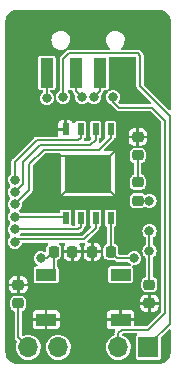
<source format=gbr>
G04 #@! TF.GenerationSoftware,KiCad,Pcbnew,6.0.11+dfsg-1*
G04 #@! TF.CreationDate,2024-04-11T19:32:09+03:00*
G04 #@! TF.ProjectId,PocketAdmin,506f636b-6574-4416-946d-696e2e6b6963,1.3*
G04 #@! TF.SameCoordinates,PX7bfa480PY42c1d80*
G04 #@! TF.FileFunction,Copper,L1,Top*
G04 #@! TF.FilePolarity,Positive*
%FSLAX46Y46*%
G04 Gerber Fmt 4.6, Leading zero omitted, Abs format (unit mm)*
G04 Created by KiCad (PCBNEW 6.0.11+dfsg-1) date 2024-04-11 19:32:09*
%MOMM*%
%LPD*%
G01*
G04 APERTURE LIST*
G04 Aperture macros list*
%AMRoundRect*
0 Rectangle with rounded corners*
0 $1 Rounding radius*
0 $2 $3 $4 $5 $6 $7 $8 $9 X,Y pos of 4 corners*
0 Add a 4 corners polygon primitive as box body*
4,1,4,$2,$3,$4,$5,$6,$7,$8,$9,$2,$3,0*
0 Add four circle primitives for the rounded corners*
1,1,$1+$1,$2,$3*
1,1,$1+$1,$4,$5*
1,1,$1+$1,$6,$7*
1,1,$1+$1,$8,$9*
0 Add four rect primitives between the rounded corners*
20,1,$1+$1,$2,$3,$4,$5,0*
20,1,$1+$1,$4,$5,$6,$7,0*
20,1,$1+$1,$6,$7,$8,$9,0*
20,1,$1+$1,$8,$9,$2,$3,0*%
G04 Aperture macros list end*
G04 #@! TA.AperFunction,SMDPad,CuDef*
%ADD10R,1.100000X2.500000*%
G04 #@! TD*
G04 #@! TA.AperFunction,ComponentPad*
%ADD11O,1.900000X3.500000*%
G04 #@! TD*
G04 #@! TA.AperFunction,SMDPad,CuDef*
%ADD12R,1.700000X1.000000*%
G04 #@! TD*
G04 #@! TA.AperFunction,SMDPad,CuDef*
%ADD13RoundRect,0.218750X0.218750X0.256250X-0.218750X0.256250X-0.218750X-0.256250X0.218750X-0.256250X0*%
G04 #@! TD*
G04 #@! TA.AperFunction,ComponentPad*
%ADD14R,1.700000X1.700000*%
G04 #@! TD*
G04 #@! TA.AperFunction,ComponentPad*
%ADD15O,1.700000X1.700000*%
G04 #@! TD*
G04 #@! TA.AperFunction,SMDPad,CuDef*
%ADD16RoundRect,0.218750X0.256250X-0.218750X0.256250X0.218750X-0.256250X0.218750X-0.256250X-0.218750X0*%
G04 #@! TD*
G04 #@! TA.AperFunction,SMDPad,CuDef*
%ADD17RoundRect,0.218750X-0.256250X0.218750X-0.256250X-0.218750X0.256250X-0.218750X0.256250X0.218750X0*%
G04 #@! TD*
G04 #@! TA.AperFunction,SMDPad,CuDef*
%ADD18R,0.600000X1.000000*%
G04 #@! TD*
G04 #@! TA.AperFunction,SMDPad,CuDef*
%ADD19R,4.000000X3.200000*%
G04 #@! TD*
G04 #@! TA.AperFunction,ViaPad*
%ADD20C,0.800000*%
G04 #@! TD*
G04 #@! TA.AperFunction,Conductor*
%ADD21C,0.200000*%
G04 #@! TD*
G04 APERTURE END LIST*
D10*
X4000000Y-5850000D03*
X6500000Y-5850000D03*
X8500000Y-5850000D03*
X11000000Y-5850000D03*
D11*
X13200000Y-3100000D03*
X1800000Y-3100000D03*
D12*
X3950000Y-22950000D03*
X10250000Y-22950000D03*
X10250000Y-26750000D03*
X3950000Y-26750000D03*
D13*
X6175000Y-21000000D03*
X4600000Y-21000000D03*
D14*
X12600000Y-29100000D03*
D15*
X10060000Y-29100000D03*
X7520000Y-29100000D03*
X4980000Y-29100000D03*
X2440000Y-29100000D03*
D16*
X11700000Y-12850000D03*
X11700000Y-11275000D03*
D17*
X11700000Y-15112500D03*
X11700000Y-16687500D03*
D13*
X9437500Y-21000000D03*
X7862500Y-21000000D03*
D17*
X1600000Y-23800000D03*
X1600000Y-25375000D03*
D16*
X12700000Y-25375000D03*
X12700000Y-23800000D03*
D18*
X9405000Y-10650000D03*
X8135000Y-10650000D03*
X6865000Y-10650000D03*
X5595000Y-10650000D03*
X5595000Y-18150000D03*
X6865000Y-18150000D03*
X8135000Y-18150000D03*
X9405000Y-18150000D03*
D19*
X7500000Y-14400000D03*
D20*
X11412500Y-21550000D03*
X12000000Y-9900002D03*
X11500000Y-25500000D03*
X2700000Y-25400000D03*
X3500000Y-13600000D03*
X10500000Y-20750000D03*
X2600000Y-20900000D03*
X12700000Y-13800000D03*
X11000000Y-8000000D03*
X6400000Y-23300000D03*
X2600000Y-9900000D03*
X4000000Y-8000000D03*
X5400000Y-7900000D03*
X9600000Y-7900000D03*
X7000000Y-7900000D03*
X8000000Y-7900000D03*
X1300000Y-19100000D03*
X1300000Y-15950000D03*
X1300000Y-18050000D03*
X1300000Y-17000000D03*
X3500000Y-21550000D03*
X1300000Y-14900000D03*
X1300000Y-20150000D03*
X12700000Y-19250000D03*
X12700000Y-20950000D03*
X12700000Y-16700000D03*
D21*
X9437500Y-21000000D02*
X9987500Y-21550000D01*
X9405000Y-19945000D02*
X9405000Y-18150000D01*
X9987500Y-21550000D02*
X11412500Y-21550000D01*
X9405000Y-19945000D02*
X9405000Y-21167500D01*
X7900000Y-14400000D02*
X9800000Y-12500000D01*
X7500000Y-14400000D02*
X7500000Y-14100000D01*
X7500000Y-14400000D02*
X7100000Y-14400000D01*
X11000000Y-5850000D02*
X11000000Y-8000000D01*
X7100000Y-14400000D02*
X5200000Y-16300000D01*
X7500000Y-14400000D02*
X7900000Y-14400000D01*
X7900000Y-14400000D02*
X9800000Y-16300000D01*
X6300000Y-12900000D02*
X5100000Y-12900000D01*
X7500000Y-14100000D02*
X6300000Y-12900000D01*
X4000000Y-5850000D02*
X4000000Y-8000000D01*
X14400000Y-9500000D02*
X14400000Y-27080000D01*
X5900000Y-4200000D02*
X11700000Y-4200000D01*
X5400000Y-7900000D02*
X5400000Y-4700000D01*
X11900000Y-4400000D02*
X11900000Y-7000000D01*
X14400000Y-27080000D02*
X12580000Y-28900000D01*
X11700000Y-4200000D02*
X11900000Y-4400000D01*
X11900000Y-7000000D02*
X14400000Y-9500000D01*
X5400000Y-4700000D02*
X5900000Y-4200000D01*
X10040000Y-27900000D02*
X10040000Y-28900000D01*
X10340000Y-27600000D02*
X10040000Y-27900000D01*
X14000000Y-26200000D02*
X12600000Y-27600000D01*
X12900000Y-8800000D02*
X14000000Y-9900000D01*
X12600000Y-27600000D02*
X10340000Y-27600000D01*
X9600000Y-8300000D02*
X9600000Y-7900000D01*
X10100000Y-8800000D02*
X9600000Y-8300000D01*
X10100000Y-8800000D02*
X12900000Y-8800000D01*
X14000000Y-9900000D02*
X14000000Y-26200000D01*
X7000000Y-7900000D02*
X6500000Y-7400000D01*
X6500000Y-7400000D02*
X6500000Y-5850000D01*
X8000000Y-7900000D02*
X8500000Y-7400000D01*
X8500000Y-7400000D02*
X8500000Y-5850000D01*
X1300000Y-19100000D02*
X6650000Y-19100000D01*
X6650000Y-19100000D02*
X6865000Y-18885000D01*
X6865000Y-18885000D02*
X6865000Y-18150000D01*
X7700000Y-11950000D02*
X3450000Y-11950000D01*
X2000000Y-15250000D02*
X1300000Y-15950000D01*
X8135000Y-11515000D02*
X7700000Y-11950000D01*
X3450000Y-11950000D02*
X2000000Y-13400000D01*
X2000000Y-13400000D02*
X2000000Y-15250000D01*
X8135000Y-10650000D02*
X8135000Y-11515000D01*
X5495000Y-18050000D02*
X5595000Y-18150000D01*
X1300000Y-18050000D02*
X5495000Y-18050000D01*
X3750000Y-12350000D02*
X2500000Y-13600000D01*
X2500000Y-13600000D02*
X2500000Y-15800000D01*
X8405000Y-12350000D02*
X3750000Y-12350000D01*
X2500000Y-15800000D02*
X1300000Y-17000000D01*
X9405000Y-10650000D02*
X9405000Y-11350000D01*
X9405000Y-11350000D02*
X8405000Y-12350000D01*
X4050000Y-21550000D02*
X4600000Y-21000000D01*
X4600000Y-22800000D02*
X3950000Y-22800000D01*
X3500000Y-21550000D02*
X4050000Y-21550000D01*
X4600000Y-21400000D02*
X4600000Y-22800000D01*
X6865000Y-11350000D02*
X6665000Y-11550000D01*
X6865000Y-10650000D02*
X6865000Y-11350000D01*
X6665000Y-11550000D02*
X3150000Y-11550000D01*
X1300000Y-13400000D02*
X1300000Y-14900000D01*
X3150000Y-11550000D02*
X1300000Y-13400000D01*
X8135000Y-18150000D02*
X8135000Y-18965000D01*
X1300000Y-20150000D02*
X1500000Y-19950000D01*
X1500000Y-19950000D02*
X7150000Y-19950000D01*
X8135000Y-18965000D02*
X7150000Y-19950000D01*
X1600000Y-28260000D02*
X2440000Y-29100000D01*
X12700000Y-21374264D02*
X12700000Y-23800000D01*
X1600000Y-25375000D02*
X1600000Y-28260000D01*
X12700000Y-19250000D02*
X12700000Y-20950000D01*
X12700000Y-20950000D02*
X12700000Y-21374264D01*
X11700000Y-15112500D02*
X11700000Y-14575000D01*
X11700000Y-14575000D02*
X11700000Y-12850000D01*
X11712500Y-16700000D02*
X11700000Y-16687500D01*
X12700000Y-16700000D02*
X11712500Y-16700000D01*
G04 #@! TA.AperFunction,Conductor*
G36*
X13504843Y-500477D02*
G01*
X13685388Y-518259D01*
X13704418Y-522045D01*
X13788887Y-547668D01*
X13873353Y-573290D01*
X13891283Y-580717D01*
X14046969Y-663933D01*
X14063106Y-674715D01*
X14199573Y-786710D01*
X14213290Y-800427D01*
X14280102Y-881837D01*
X14325285Y-936894D01*
X14336067Y-953031D01*
X14419283Y-1108717D01*
X14426710Y-1126647D01*
X14477955Y-1295580D01*
X14481741Y-1314614D01*
X14499523Y-1495157D01*
X14500000Y-1504861D01*
X14500000Y-8936021D01*
X14481093Y-8994212D01*
X14431593Y-9030176D01*
X14370407Y-9030176D01*
X14330996Y-9006025D01*
X12229496Y-6904525D01*
X12201719Y-6850008D01*
X12200500Y-6834521D01*
X12200500Y-4453513D01*
X12200803Y-4449384D01*
X12202426Y-4444658D01*
X12200570Y-4395223D01*
X12200500Y-4391509D01*
X12200500Y-4372052D01*
X12199675Y-4367622D01*
X12199339Y-4362436D01*
X12198569Y-4341925D01*
X12198569Y-4341924D01*
X12198226Y-4332792D01*
X12194620Y-4324398D01*
X12194619Y-4324395D01*
X12193683Y-4322217D01*
X12187317Y-4301266D01*
X12185209Y-4289947D01*
X12171232Y-4267271D01*
X12164548Y-4254404D01*
X12156793Y-4236353D01*
X12156792Y-4236351D01*
X12154036Y-4229937D01*
X12150023Y-4225051D01*
X12145657Y-4220685D01*
X12131385Y-4202629D01*
X12131264Y-4202432D01*
X12131263Y-4202431D01*
X12126468Y-4194652D01*
X12103243Y-4176992D01*
X12093164Y-4168192D01*
X11950319Y-4025347D01*
X11947619Y-4022219D01*
X11945425Y-4017731D01*
X11909179Y-3984108D01*
X11906503Y-3981532D01*
X11892723Y-3967752D01*
X11889013Y-3965207D01*
X11885100Y-3961771D01*
X11870055Y-3947815D01*
X11863354Y-3941599D01*
X11852664Y-3937334D01*
X11833348Y-3927020D01*
X11831393Y-3925679D01*
X11831390Y-3925678D01*
X11823854Y-3920508D01*
X11797941Y-3914359D01*
X11784116Y-3909986D01*
X11765868Y-3902706D01*
X11765866Y-3902706D01*
X11759378Y-3900117D01*
X11753085Y-3899500D01*
X11746916Y-3899500D01*
X11724057Y-3896825D01*
X11723827Y-3896770D01*
X11723825Y-3896770D01*
X11714934Y-3894660D01*
X11687174Y-3898438D01*
X11686013Y-3898596D01*
X11672663Y-3899500D01*
X10371204Y-3899500D01*
X10313013Y-3880593D01*
X10277049Y-3831093D01*
X10277049Y-3769907D01*
X10301445Y-3730253D01*
X10307964Y-3723780D01*
X10427807Y-3604770D01*
X10430774Y-3600095D01*
X10521071Y-3457810D01*
X10521072Y-3457809D01*
X10524037Y-3453136D01*
X10584281Y-3283951D01*
X10605545Y-3105624D01*
X10586773Y-2927017D01*
X10528897Y-2757007D01*
X10525999Y-2752297D01*
X10525997Y-2752292D01*
X10437691Y-2608754D01*
X10434794Y-2604045D01*
X10309141Y-2475732D01*
X10158183Y-2378446D01*
X9989422Y-2317022D01*
X9850717Y-2299500D01*
X9754845Y-2299500D01*
X9752091Y-2299809D01*
X9752089Y-2299809D01*
X9724709Y-2302880D01*
X9621528Y-2314454D01*
X9451927Y-2373515D01*
X9447234Y-2376447D01*
X9447235Y-2376447D01*
X9304315Y-2465753D01*
X9304313Y-2465755D01*
X9299625Y-2468684D01*
X9172193Y-2595230D01*
X9169227Y-2599904D01*
X9169226Y-2599905D01*
X9169106Y-2600095D01*
X9075963Y-2746864D01*
X9015719Y-2916049D01*
X8994455Y-3094376D01*
X9013227Y-3272983D01*
X9071103Y-3442993D01*
X9074001Y-3447703D01*
X9074003Y-3447708D01*
X9080218Y-3457810D01*
X9165206Y-3595955D01*
X9290859Y-3724268D01*
X9292043Y-3725031D01*
X9324381Y-3775211D01*
X9320966Y-3836300D01*
X9282295Y-3883716D01*
X9228666Y-3899500D01*
X5953508Y-3899500D01*
X5949383Y-3899197D01*
X5944658Y-3897575D01*
X5895239Y-3899430D01*
X5891526Y-3899500D01*
X5872052Y-3899500D01*
X5867622Y-3900325D01*
X5862429Y-3900661D01*
X5846398Y-3901263D01*
X5841925Y-3901431D01*
X5832792Y-3901774D01*
X5824398Y-3905380D01*
X5824395Y-3905381D01*
X5822217Y-3906317D01*
X5801266Y-3912683D01*
X5789947Y-3914791D01*
X5782164Y-3919588D01*
X5782165Y-3919588D01*
X5767272Y-3928768D01*
X5754404Y-3935452D01*
X5736353Y-3943207D01*
X5736351Y-3943208D01*
X5729937Y-3945964D01*
X5725051Y-3949977D01*
X5720685Y-3954343D01*
X5702629Y-3968615D01*
X5702432Y-3968736D01*
X5702431Y-3968737D01*
X5694652Y-3973532D01*
X5689120Y-3980808D01*
X5689119Y-3980808D01*
X5676989Y-3996760D01*
X5668189Y-4006839D01*
X5225353Y-4449676D01*
X5222220Y-4452381D01*
X5217731Y-4454575D01*
X5211513Y-4461278D01*
X5184107Y-4490822D01*
X5181531Y-4493498D01*
X5167752Y-4507277D01*
X5165207Y-4510987D01*
X5161771Y-4514900D01*
X5141599Y-4536646D01*
X5138212Y-4545134D01*
X5138212Y-4545135D01*
X5137334Y-4547336D01*
X5127020Y-4566652D01*
X5125679Y-4568607D01*
X5125678Y-4568610D01*
X5120508Y-4576146D01*
X5118398Y-4585038D01*
X5114359Y-4602058D01*
X5109986Y-4615884D01*
X5102706Y-4634132D01*
X5100117Y-4640622D01*
X5099500Y-4646915D01*
X5099500Y-4653084D01*
X5096825Y-4675943D01*
X5094660Y-4685066D01*
X5098596Y-4713987D01*
X5099500Y-4727337D01*
X5099500Y-7324846D01*
X5080593Y-7383037D01*
X5060769Y-7403387D01*
X4971718Y-7471718D01*
X4875464Y-7597159D01*
X4814956Y-7743238D01*
X4794318Y-7900000D01*
X4814956Y-8056762D01*
X4875464Y-8202841D01*
X4971718Y-8328282D01*
X5097159Y-8424536D01*
X5243238Y-8485044D01*
X5400000Y-8505682D01*
X5556762Y-8485044D01*
X5702841Y-8424536D01*
X5828282Y-8328282D01*
X5924536Y-8202841D01*
X5985044Y-8056762D01*
X6005682Y-7900000D01*
X5985044Y-7743238D01*
X5924536Y-7597159D01*
X5828282Y-7471718D01*
X5823129Y-7467764D01*
X5818545Y-7463180D01*
X5820852Y-7460873D01*
X5793637Y-7421472D01*
X5795096Y-7360304D01*
X5832230Y-7311676D01*
X5890855Y-7294162D01*
X5907806Y-7296036D01*
X5925484Y-7299552D01*
X5925488Y-7299552D01*
X5930252Y-7300500D01*
X6100163Y-7300500D01*
X6158354Y-7319407D01*
X6194318Y-7368907D01*
X6199093Y-7395785D01*
X6199379Y-7403388D01*
X6199430Y-7404759D01*
X6199500Y-7408474D01*
X6199500Y-7427948D01*
X6200325Y-7432378D01*
X6200661Y-7437571D01*
X6201774Y-7467208D01*
X6205380Y-7475602D01*
X6205381Y-7475605D01*
X6206317Y-7477783D01*
X6212683Y-7498734D01*
X6214791Y-7510053D01*
X6219588Y-7517835D01*
X6228768Y-7532728D01*
X6235452Y-7545596D01*
X6243082Y-7563354D01*
X6245964Y-7570063D01*
X6249978Y-7574949D01*
X6254342Y-7579313D01*
X6268613Y-7597368D01*
X6273532Y-7605348D01*
X6296769Y-7623018D01*
X6306839Y-7631810D01*
X6380820Y-7705791D01*
X6408597Y-7760308D01*
X6408969Y-7788714D01*
X6394318Y-7900000D01*
X6414956Y-8056762D01*
X6475464Y-8202841D01*
X6571718Y-8328282D01*
X6697159Y-8424536D01*
X6843238Y-8485044D01*
X7000000Y-8505682D01*
X7156762Y-8485044D01*
X7302841Y-8424536D01*
X7428282Y-8328282D01*
X7430852Y-8324933D01*
X7484513Y-8297592D01*
X7544945Y-8307163D01*
X7568826Y-8324513D01*
X7571718Y-8328282D01*
X7697159Y-8424536D01*
X7843238Y-8485044D01*
X8000000Y-8505682D01*
X8156762Y-8485044D01*
X8302841Y-8424536D01*
X8428282Y-8328282D01*
X8524536Y-8202841D01*
X8585044Y-8056762D01*
X8605682Y-7900000D01*
X8591031Y-7788716D01*
X8602181Y-7728557D01*
X8619180Y-7705791D01*
X8674651Y-7650320D01*
X8677780Y-7647620D01*
X8682269Y-7645425D01*
X8715893Y-7609178D01*
X8718469Y-7606502D01*
X8732248Y-7592723D01*
X8734793Y-7589013D01*
X8738229Y-7585100D01*
X8752187Y-7570053D01*
X8758401Y-7563354D01*
X8761788Y-7554866D01*
X8762667Y-7552663D01*
X8772978Y-7533352D01*
X8774322Y-7531393D01*
X8774323Y-7531390D01*
X8779493Y-7523854D01*
X8785453Y-7498741D01*
X8785644Y-7497934D01*
X8790014Y-7484115D01*
X8799883Y-7459378D01*
X8800500Y-7453085D01*
X8800500Y-7446915D01*
X8803175Y-7424056D01*
X8803230Y-7423826D01*
X8805340Y-7414934D01*
X8804108Y-7405878D01*
X8804554Y-7396748D01*
X8807941Y-7396914D01*
X8815935Y-7352657D01*
X8860126Y-7310339D01*
X8903152Y-7300500D01*
X9069748Y-7300500D01*
X9074512Y-7299552D01*
X9074516Y-7299552D01*
X9092194Y-7296036D01*
X9152955Y-7303229D01*
X9197884Y-7344762D01*
X9209820Y-7404772D01*
X9184203Y-7460336D01*
X9181276Y-7463001D01*
X9181455Y-7463180D01*
X9176871Y-7467764D01*
X9171718Y-7471718D01*
X9075464Y-7597159D01*
X9014956Y-7743238D01*
X8994318Y-7900000D01*
X9014956Y-8056762D01*
X9075464Y-8202841D01*
X9171718Y-8328282D01*
X9297159Y-8424536D01*
X9303155Y-8427019D01*
X9308627Y-8430179D01*
X9343446Y-8464201D01*
X9345964Y-8470063D01*
X9349978Y-8474949D01*
X9354342Y-8479313D01*
X9368613Y-8497368D01*
X9373532Y-8505348D01*
X9396769Y-8523018D01*
X9406839Y-8531810D01*
X9849680Y-8974651D01*
X9852380Y-8977780D01*
X9854575Y-8982269D01*
X9861278Y-8988487D01*
X9890822Y-9015893D01*
X9893498Y-9018469D01*
X9907277Y-9032248D01*
X9910987Y-9034793D01*
X9914900Y-9038229D01*
X9936646Y-9058401D01*
X9945132Y-9061787D01*
X9945134Y-9061788D01*
X9947337Y-9062667D01*
X9966648Y-9072978D01*
X9968607Y-9074322D01*
X9968610Y-9074323D01*
X9976146Y-9079493D01*
X9985038Y-9081603D01*
X9985040Y-9081604D01*
X10002066Y-9085644D01*
X10015885Y-9090014D01*
X10040622Y-9099883D01*
X10046915Y-9100500D01*
X10053085Y-9100500D01*
X10075941Y-9103175D01*
X10085066Y-9105340D01*
X10113988Y-9101404D01*
X10127337Y-9100500D01*
X12734521Y-9100500D01*
X12792712Y-9119407D01*
X12804525Y-9129496D01*
X13670504Y-9995475D01*
X13698281Y-10049992D01*
X13699500Y-10065479D01*
X13699500Y-26034521D01*
X13680593Y-26092712D01*
X13670504Y-26104525D01*
X12504525Y-27270504D01*
X12450008Y-27298281D01*
X12434521Y-27299500D01*
X11499000Y-27299500D01*
X11440809Y-27280593D01*
X11404845Y-27231093D01*
X11400000Y-27200500D01*
X11400000Y-26870680D01*
X11395878Y-26857995D01*
X11391757Y-26855000D01*
X9115680Y-26855000D01*
X9102995Y-26859122D01*
X9100000Y-26863243D01*
X9100000Y-27291639D01*
X9100346Y-27297485D01*
X9102234Y-27313353D01*
X9106128Y-27327519D01*
X9144770Y-27414514D01*
X9154946Y-27429321D01*
X9221108Y-27495367D01*
X9235931Y-27505517D01*
X9322980Y-27544000D01*
X9337185Y-27547873D01*
X9352580Y-27549668D01*
X9358292Y-27550000D01*
X9727865Y-27550000D01*
X9786056Y-27568907D01*
X9822020Y-27618407D01*
X9822020Y-27679593D01*
X9800447Y-27716327D01*
X9781599Y-27736646D01*
X9778212Y-27745134D01*
X9778212Y-27745135D01*
X9777334Y-27747336D01*
X9767020Y-27766652D01*
X9765679Y-27768607D01*
X9765678Y-27768610D01*
X9760508Y-27776146D01*
X9758398Y-27785038D01*
X9754359Y-27802058D01*
X9749986Y-27815884D01*
X9743801Y-27831387D01*
X9740117Y-27840622D01*
X9739500Y-27846915D01*
X9739500Y-27853084D01*
X9736825Y-27875943D01*
X9734660Y-27885066D01*
X9738596Y-27913987D01*
X9739500Y-27927337D01*
X9739500Y-28025166D01*
X9720593Y-28083357D01*
X9673181Y-28116803D01*
X9673705Y-28118099D01*
X9669211Y-28119915D01*
X9664572Y-28121280D01*
X9660288Y-28123519D01*
X9660287Y-28123520D01*
X9649428Y-28129197D01*
X9482002Y-28216726D01*
X9478231Y-28219758D01*
X9325220Y-28342781D01*
X9325217Y-28342783D01*
X9321447Y-28345815D01*
X9318333Y-28349526D01*
X9318332Y-28349527D01*
X9221147Y-28465348D01*
X9189024Y-28503630D01*
X9186689Y-28507878D01*
X9186688Y-28507879D01*
X9179955Y-28520126D01*
X9089776Y-28684162D01*
X9027484Y-28880532D01*
X9026944Y-28885344D01*
X9026944Y-28885345D01*
X9025865Y-28894970D01*
X9004520Y-29085262D01*
X9021759Y-29290553D01*
X9078544Y-29488586D01*
X9172712Y-29671818D01*
X9300677Y-29833270D01*
X9304357Y-29836402D01*
X9304359Y-29836404D01*
X9347774Y-29873353D01*
X9457564Y-29966791D01*
X9461787Y-29969151D01*
X9461791Y-29969154D01*
X9501342Y-29991258D01*
X9637398Y-30067297D01*
X9641996Y-30068791D01*
X9828724Y-30129463D01*
X9828726Y-30129464D01*
X9833329Y-30130959D01*
X10037894Y-30155351D01*
X10042716Y-30154980D01*
X10042719Y-30154980D01*
X10113259Y-30149552D01*
X10243300Y-30139546D01*
X10441725Y-30084145D01*
X10446038Y-30081966D01*
X10446044Y-30081964D01*
X10621289Y-29993441D01*
X10621291Y-29993440D01*
X10625610Y-29991258D01*
X10660943Y-29963653D01*
X10784135Y-29867406D01*
X10784139Y-29867402D01*
X10787951Y-29864424D01*
X10922564Y-29708472D01*
X10941231Y-29675613D01*
X11021934Y-29533550D01*
X11021935Y-29533547D01*
X11024323Y-29529344D01*
X11032474Y-29504843D01*
X11087824Y-29338454D01*
X11087824Y-29338452D01*
X11089351Y-29333863D01*
X11115171Y-29129474D01*
X11115583Y-29100000D01*
X11095480Y-28894970D01*
X11035935Y-28697749D01*
X10939218Y-28515849D01*
X10809011Y-28356200D01*
X10762926Y-28318075D01*
X10654002Y-28227965D01*
X10654000Y-28227964D01*
X10650275Y-28224882D01*
X10469055Y-28126897D01*
X10449449Y-28120828D01*
X10399452Y-28085559D01*
X10379734Y-28027638D01*
X10397826Y-27969188D01*
X10408720Y-27956251D01*
X10435475Y-27929496D01*
X10489992Y-27901719D01*
X10505479Y-27900500D01*
X11585815Y-27900500D01*
X11644006Y-27919407D01*
X11679970Y-27968907D01*
X11679970Y-28030093D01*
X11640817Y-28081815D01*
X11605448Y-28105448D01*
X11561133Y-28171769D01*
X11549500Y-28230252D01*
X11549500Y-29969748D01*
X11561133Y-30028231D01*
X11605448Y-30094552D01*
X11671769Y-30138867D01*
X11681332Y-30140769D01*
X11681334Y-30140770D01*
X11704005Y-30145279D01*
X11730252Y-30150500D01*
X13469748Y-30150500D01*
X13495995Y-30145279D01*
X13518666Y-30140770D01*
X13518668Y-30140769D01*
X13528231Y-30138867D01*
X13594552Y-30094552D01*
X13638867Y-30028231D01*
X13650500Y-29969748D01*
X13650500Y-28295479D01*
X13669407Y-28237288D01*
X13679496Y-28225475D01*
X14330996Y-27573975D01*
X14385513Y-27546198D01*
X14445945Y-27555769D01*
X14489210Y-27599034D01*
X14500000Y-27643979D01*
X14500000Y-29495139D01*
X14499523Y-29504843D01*
X14482704Y-29675613D01*
X14481741Y-29685386D01*
X14477955Y-29704420D01*
X14426710Y-29873353D01*
X14419283Y-29891283D01*
X14336067Y-30046969D01*
X14325285Y-30063106D01*
X14309809Y-30081964D01*
X14213290Y-30199573D01*
X14199573Y-30213290D01*
X14118163Y-30280102D01*
X14063106Y-30325285D01*
X14046969Y-30336067D01*
X13891283Y-30419283D01*
X13873353Y-30426710D01*
X13788886Y-30452333D01*
X13704418Y-30477955D01*
X13685388Y-30481741D01*
X13504843Y-30499523D01*
X13495139Y-30500000D01*
X1504861Y-30500000D01*
X1495157Y-30499523D01*
X1314612Y-30481741D01*
X1295582Y-30477955D01*
X1211114Y-30452333D01*
X1126647Y-30426710D01*
X1108717Y-30419283D01*
X953031Y-30336067D01*
X936894Y-30325285D01*
X881837Y-30280102D01*
X800427Y-30213290D01*
X786710Y-30199573D01*
X690191Y-30081964D01*
X674715Y-30063106D01*
X663933Y-30046969D01*
X580717Y-29891283D01*
X573290Y-29873353D01*
X522045Y-29704420D01*
X518259Y-29685386D01*
X517297Y-29675613D01*
X500477Y-29504843D01*
X500000Y-29495139D01*
X500000Y-25626746D01*
X924500Y-25626746D01*
X925109Y-25630590D01*
X925109Y-25630592D01*
X938057Y-25712341D01*
X940049Y-25724920D01*
X1000342Y-25843251D01*
X1094249Y-25937158D01*
X1101186Y-25940693D01*
X1101188Y-25940694D01*
X1205640Y-25993915D01*
X1212580Y-25997451D01*
X1220275Y-25998670D01*
X1227684Y-26001077D01*
X1226883Y-26003541D01*
X1270511Y-26025776D01*
X1298283Y-26080296D01*
X1299500Y-26095772D01*
X1299500Y-28206492D01*
X1299197Y-28210617D01*
X1297575Y-28215342D01*
X1297918Y-28224476D01*
X1299430Y-28264761D01*
X1299500Y-28268474D01*
X1299500Y-28287948D01*
X1300325Y-28292378D01*
X1300661Y-28297571D01*
X1301774Y-28327208D01*
X1305380Y-28335602D01*
X1305381Y-28335605D01*
X1306317Y-28337783D01*
X1312683Y-28358734D01*
X1314791Y-28370053D01*
X1319588Y-28377835D01*
X1328768Y-28392728D01*
X1335451Y-28405595D01*
X1345964Y-28430063D01*
X1349978Y-28434949D01*
X1354342Y-28439313D01*
X1368613Y-28457368D01*
X1373532Y-28465348D01*
X1396769Y-28483018D01*
X1406839Y-28491810D01*
X1463124Y-28548095D01*
X1490901Y-28602612D01*
X1479874Y-28665793D01*
X1469776Y-28684162D01*
X1407484Y-28880532D01*
X1406944Y-28885344D01*
X1406944Y-28885345D01*
X1405865Y-28894970D01*
X1384520Y-29085262D01*
X1401759Y-29290553D01*
X1458544Y-29488586D01*
X1552712Y-29671818D01*
X1680677Y-29833270D01*
X1684357Y-29836402D01*
X1684359Y-29836404D01*
X1727774Y-29873353D01*
X1837564Y-29966791D01*
X1841787Y-29969151D01*
X1841791Y-29969154D01*
X1881342Y-29991258D01*
X2017398Y-30067297D01*
X2021996Y-30068791D01*
X2208724Y-30129463D01*
X2208726Y-30129464D01*
X2213329Y-30130959D01*
X2417894Y-30155351D01*
X2422716Y-30154980D01*
X2422719Y-30154980D01*
X2493259Y-30149552D01*
X2623300Y-30139546D01*
X2821725Y-30084145D01*
X2826038Y-30081966D01*
X2826044Y-30081964D01*
X3001289Y-29993441D01*
X3001291Y-29993440D01*
X3005610Y-29991258D01*
X3040943Y-29963653D01*
X3164135Y-29867406D01*
X3164139Y-29867402D01*
X3167951Y-29864424D01*
X3302564Y-29708472D01*
X3321231Y-29675613D01*
X3401934Y-29533550D01*
X3401935Y-29533547D01*
X3404323Y-29529344D01*
X3412474Y-29504843D01*
X3467824Y-29338454D01*
X3467824Y-29338452D01*
X3469351Y-29333863D01*
X3495171Y-29129474D01*
X3495583Y-29100000D01*
X3494138Y-29085262D01*
X3924520Y-29085262D01*
X3941759Y-29290553D01*
X3998544Y-29488586D01*
X4092712Y-29671818D01*
X4220677Y-29833270D01*
X4224357Y-29836402D01*
X4224359Y-29836404D01*
X4267774Y-29873353D01*
X4377564Y-29966791D01*
X4381787Y-29969151D01*
X4381791Y-29969154D01*
X4421342Y-29991258D01*
X4557398Y-30067297D01*
X4561996Y-30068791D01*
X4748724Y-30129463D01*
X4748726Y-30129464D01*
X4753329Y-30130959D01*
X4957894Y-30155351D01*
X4962716Y-30154980D01*
X4962719Y-30154980D01*
X5033259Y-30149552D01*
X5163300Y-30139546D01*
X5361725Y-30084145D01*
X5366038Y-30081966D01*
X5366044Y-30081964D01*
X5541289Y-29993441D01*
X5541291Y-29993440D01*
X5545610Y-29991258D01*
X5580943Y-29963653D01*
X5704135Y-29867406D01*
X5704139Y-29867402D01*
X5707951Y-29864424D01*
X5842564Y-29708472D01*
X5861231Y-29675613D01*
X5941934Y-29533550D01*
X5941935Y-29533547D01*
X5944323Y-29529344D01*
X5952474Y-29504843D01*
X6007824Y-29338454D01*
X6007824Y-29338452D01*
X6009351Y-29333863D01*
X6035171Y-29129474D01*
X6035583Y-29100000D01*
X6015480Y-28894970D01*
X5955935Y-28697749D01*
X5859218Y-28515849D01*
X5729011Y-28356200D01*
X5682926Y-28318075D01*
X5574002Y-28227965D01*
X5574000Y-28227964D01*
X5570275Y-28224882D01*
X5389055Y-28126897D01*
X5319764Y-28105448D01*
X5196875Y-28067407D01*
X5196871Y-28067406D01*
X5192254Y-28065977D01*
X5187446Y-28065472D01*
X5187443Y-28065471D01*
X4992185Y-28044949D01*
X4992183Y-28044949D01*
X4987369Y-28044443D01*
X4931800Y-28049500D01*
X4787022Y-28062675D01*
X4787017Y-28062676D01*
X4782203Y-28063114D01*
X4584572Y-28121280D01*
X4580288Y-28123519D01*
X4580287Y-28123520D01*
X4569428Y-28129197D01*
X4402002Y-28216726D01*
X4398231Y-28219758D01*
X4245220Y-28342781D01*
X4245217Y-28342783D01*
X4241447Y-28345815D01*
X4238333Y-28349526D01*
X4238332Y-28349527D01*
X4141147Y-28465348D01*
X4109024Y-28503630D01*
X4106689Y-28507878D01*
X4106688Y-28507879D01*
X4099955Y-28520126D01*
X4009776Y-28684162D01*
X3947484Y-28880532D01*
X3946944Y-28885344D01*
X3946944Y-28885345D01*
X3945865Y-28894970D01*
X3924520Y-29085262D01*
X3494138Y-29085262D01*
X3475480Y-28894970D01*
X3415935Y-28697749D01*
X3319218Y-28515849D01*
X3189011Y-28356200D01*
X3142926Y-28318075D01*
X3034002Y-28227965D01*
X3034000Y-28227964D01*
X3030275Y-28224882D01*
X2849055Y-28126897D01*
X2779764Y-28105448D01*
X2656875Y-28067407D01*
X2656871Y-28067406D01*
X2652254Y-28065977D01*
X2647446Y-28065472D01*
X2647443Y-28065471D01*
X2452185Y-28044949D01*
X2452183Y-28044949D01*
X2447369Y-28044443D01*
X2391800Y-28049500D01*
X2247022Y-28062675D01*
X2247017Y-28062676D01*
X2242203Y-28063114D01*
X2227617Y-28067407D01*
X2049215Y-28119913D01*
X2049211Y-28119915D01*
X2044572Y-28121280D01*
X2040284Y-28123522D01*
X2036586Y-28125016D01*
X1975550Y-28129284D01*
X1923662Y-28096861D01*
X1900741Y-28040131D01*
X1900500Y-28033225D01*
X1900500Y-27291639D01*
X2800000Y-27291639D01*
X2800346Y-27297485D01*
X2802234Y-27313353D01*
X2806128Y-27327519D01*
X2844770Y-27414514D01*
X2854946Y-27429321D01*
X2921108Y-27495367D01*
X2935931Y-27505517D01*
X3022980Y-27544000D01*
X3037185Y-27547873D01*
X3052580Y-27549668D01*
X3058292Y-27550000D01*
X3829320Y-27550000D01*
X3842005Y-27545878D01*
X3845000Y-27541757D01*
X3845000Y-27534320D01*
X4055000Y-27534320D01*
X4059122Y-27547005D01*
X4063243Y-27550000D01*
X4841639Y-27550000D01*
X4847485Y-27549654D01*
X4863353Y-27547766D01*
X4877519Y-27543872D01*
X4964514Y-27505230D01*
X4979321Y-27495054D01*
X5045367Y-27428892D01*
X5055517Y-27414069D01*
X5094000Y-27327020D01*
X5097873Y-27312815D01*
X5099668Y-27297420D01*
X5100000Y-27291708D01*
X5100000Y-26870680D01*
X5095878Y-26857995D01*
X5091757Y-26855000D01*
X4070680Y-26855000D01*
X4057995Y-26859122D01*
X4055000Y-26863243D01*
X4055000Y-27534320D01*
X3845000Y-27534320D01*
X3845000Y-26870680D01*
X3840878Y-26857995D01*
X3836757Y-26855000D01*
X2815680Y-26855000D01*
X2802995Y-26859122D01*
X2800000Y-26863243D01*
X2800000Y-27291639D01*
X1900500Y-27291639D01*
X1900500Y-26629320D01*
X2800000Y-26629320D01*
X2804122Y-26642005D01*
X2808243Y-26645000D01*
X3829320Y-26645000D01*
X3842005Y-26640878D01*
X3845000Y-26636757D01*
X3845000Y-26629320D01*
X4055000Y-26629320D01*
X4059122Y-26642005D01*
X4063243Y-26645000D01*
X5084320Y-26645000D01*
X5097005Y-26640878D01*
X5100000Y-26636757D01*
X5100000Y-26629320D01*
X9100000Y-26629320D01*
X9104122Y-26642005D01*
X9108243Y-26645000D01*
X10129320Y-26645000D01*
X10142005Y-26640878D01*
X10145000Y-26636757D01*
X10145000Y-26629320D01*
X10355000Y-26629320D01*
X10359122Y-26642005D01*
X10363243Y-26645000D01*
X11384320Y-26645000D01*
X11397005Y-26640878D01*
X11400000Y-26636757D01*
X11400000Y-26208361D01*
X11399654Y-26202515D01*
X11397766Y-26186647D01*
X11393872Y-26172481D01*
X11355230Y-26085486D01*
X11345054Y-26070679D01*
X11278892Y-26004633D01*
X11264069Y-25994483D01*
X11177020Y-25956000D01*
X11162815Y-25952127D01*
X11147420Y-25950332D01*
X11141708Y-25950000D01*
X10370680Y-25950000D01*
X10357995Y-25954122D01*
X10355000Y-25958243D01*
X10355000Y-26629320D01*
X10145000Y-26629320D01*
X10145000Y-25965680D01*
X10140878Y-25952995D01*
X10136757Y-25950000D01*
X9358361Y-25950000D01*
X9352515Y-25950346D01*
X9336647Y-25952234D01*
X9322481Y-25956128D01*
X9235486Y-25994770D01*
X9220679Y-26004946D01*
X9154633Y-26071108D01*
X9144483Y-26085931D01*
X9106000Y-26172980D01*
X9102127Y-26187185D01*
X9100332Y-26202580D01*
X9100000Y-26208292D01*
X9100000Y-26629320D01*
X5100000Y-26629320D01*
X5100000Y-26208361D01*
X5099654Y-26202515D01*
X5097766Y-26186647D01*
X5093872Y-26172481D01*
X5055230Y-26085486D01*
X5045054Y-26070679D01*
X4978892Y-26004633D01*
X4964069Y-25994483D01*
X4877020Y-25956000D01*
X4862815Y-25952127D01*
X4847420Y-25950332D01*
X4841708Y-25950000D01*
X4070680Y-25950000D01*
X4057995Y-25954122D01*
X4055000Y-25958243D01*
X4055000Y-26629320D01*
X3845000Y-26629320D01*
X3845000Y-25965680D01*
X3840878Y-25952995D01*
X3836757Y-25950000D01*
X3058361Y-25950000D01*
X3052515Y-25950346D01*
X3036647Y-25952234D01*
X3022481Y-25956128D01*
X2935486Y-25994770D01*
X2920679Y-26004946D01*
X2854633Y-26071108D01*
X2844483Y-26085931D01*
X2806000Y-26172980D01*
X2802127Y-26187185D01*
X2800332Y-26202580D01*
X2800000Y-26208292D01*
X2800000Y-26629320D01*
X1900500Y-26629320D01*
X1900500Y-26095772D01*
X1919407Y-26037581D01*
X1968907Y-26001617D01*
X1975598Y-26000011D01*
X1979727Y-25998670D01*
X1987420Y-25997451D01*
X1994360Y-25993915D01*
X2098812Y-25940694D01*
X2098814Y-25940693D01*
X2105751Y-25937158D01*
X2199658Y-25843251D01*
X2259951Y-25724920D01*
X2261944Y-25712341D01*
X2274817Y-25631061D01*
X11925001Y-25631061D01*
X11925360Y-25637019D01*
X11934474Y-25712343D01*
X11937577Y-25724561D01*
X11985075Y-25844527D01*
X11991640Y-25856177D01*
X12069404Y-25958627D01*
X12078873Y-25968096D01*
X12181323Y-26045860D01*
X12192973Y-26052425D01*
X12312936Y-26099922D01*
X12325159Y-26103026D01*
X12400483Y-26112141D01*
X12406437Y-26112500D01*
X12579320Y-26112500D01*
X12592005Y-26108378D01*
X12595000Y-26104257D01*
X12595000Y-26096819D01*
X12805000Y-26096819D01*
X12809122Y-26109504D01*
X12813243Y-26112499D01*
X12993561Y-26112499D01*
X12999519Y-26112140D01*
X13074843Y-26103026D01*
X13087061Y-26099923D01*
X13207027Y-26052425D01*
X13218677Y-26045860D01*
X13321127Y-25968096D01*
X13330596Y-25958627D01*
X13408360Y-25856177D01*
X13414925Y-25844527D01*
X13462422Y-25724564D01*
X13465526Y-25712341D01*
X13474641Y-25637017D01*
X13475000Y-25631063D01*
X13475000Y-25495680D01*
X13470878Y-25482995D01*
X13466757Y-25480000D01*
X12820680Y-25480000D01*
X12807995Y-25484122D01*
X12805000Y-25488243D01*
X12805000Y-26096819D01*
X12595000Y-26096819D01*
X12595000Y-25495680D01*
X12590878Y-25482995D01*
X12586757Y-25480000D01*
X11940681Y-25480000D01*
X11927996Y-25484122D01*
X11925001Y-25488243D01*
X11925001Y-25631061D01*
X2274817Y-25631061D01*
X2274891Y-25630592D01*
X2274891Y-25630590D01*
X2275500Y-25626746D01*
X2275500Y-25254320D01*
X11925000Y-25254320D01*
X11929122Y-25267005D01*
X11933243Y-25270000D01*
X12579320Y-25270000D01*
X12592005Y-25265878D01*
X12595000Y-25261757D01*
X12595000Y-25254320D01*
X12805000Y-25254320D01*
X12809122Y-25267005D01*
X12813243Y-25270000D01*
X13459319Y-25270000D01*
X13472004Y-25265878D01*
X13474999Y-25261757D01*
X13474999Y-25118939D01*
X13474640Y-25112981D01*
X13465526Y-25037657D01*
X13462423Y-25025439D01*
X13414925Y-24905473D01*
X13408360Y-24893823D01*
X13330596Y-24791373D01*
X13321127Y-24781904D01*
X13218677Y-24704140D01*
X13207027Y-24697575D01*
X13087064Y-24650078D01*
X13074841Y-24646974D01*
X12999517Y-24637859D01*
X12993563Y-24637500D01*
X12820680Y-24637500D01*
X12807995Y-24641622D01*
X12805000Y-24645743D01*
X12805000Y-25254320D01*
X12595000Y-25254320D01*
X12595000Y-24653181D01*
X12590878Y-24640496D01*
X12586757Y-24637501D01*
X12406439Y-24637501D01*
X12400481Y-24637860D01*
X12325157Y-24646974D01*
X12312939Y-24650077D01*
X12192973Y-24697575D01*
X12181323Y-24704140D01*
X12078873Y-24781904D01*
X12069404Y-24791373D01*
X11991640Y-24893823D01*
X11985075Y-24905473D01*
X11937578Y-25025436D01*
X11934474Y-25037659D01*
X11925359Y-25112983D01*
X11925000Y-25118937D01*
X11925000Y-25254320D01*
X2275500Y-25254320D01*
X2275500Y-25123254D01*
X2273873Y-25112981D01*
X2261170Y-25032775D01*
X2261170Y-25032773D01*
X2259951Y-25025080D01*
X2199658Y-24906749D01*
X2105751Y-24812842D01*
X2098814Y-24809307D01*
X2098812Y-24809306D01*
X1994360Y-24756085D01*
X1994359Y-24756085D01*
X1987420Y-24752549D01*
X1979727Y-24751330D01*
X1979725Y-24751330D01*
X1893092Y-24737609D01*
X1893090Y-24737609D01*
X1889246Y-24737000D01*
X1310754Y-24737000D01*
X1306910Y-24737609D01*
X1306908Y-24737609D01*
X1220275Y-24751330D01*
X1220273Y-24751330D01*
X1212580Y-24752549D01*
X1205641Y-24756085D01*
X1205640Y-24756085D01*
X1101188Y-24809306D01*
X1101186Y-24809307D01*
X1094249Y-24812842D01*
X1000342Y-24906749D01*
X940049Y-25025080D01*
X938830Y-25032773D01*
X938830Y-25032775D01*
X926127Y-25112981D01*
X924500Y-25123254D01*
X924500Y-25626746D01*
X500000Y-25626746D01*
X500000Y-24056061D01*
X825001Y-24056061D01*
X825360Y-24062019D01*
X834474Y-24137343D01*
X837577Y-24149561D01*
X885075Y-24269527D01*
X891640Y-24281177D01*
X969404Y-24383627D01*
X978873Y-24393096D01*
X1081323Y-24470860D01*
X1092973Y-24477425D01*
X1212936Y-24524922D01*
X1225159Y-24528026D01*
X1300483Y-24537141D01*
X1306437Y-24537500D01*
X1479320Y-24537500D01*
X1492005Y-24533378D01*
X1495000Y-24529257D01*
X1495000Y-24521819D01*
X1705000Y-24521819D01*
X1709122Y-24534504D01*
X1713243Y-24537499D01*
X1893561Y-24537499D01*
X1899519Y-24537140D01*
X1974843Y-24528026D01*
X1987061Y-24524923D01*
X2107027Y-24477425D01*
X2118677Y-24470860D01*
X2221127Y-24393096D01*
X2230596Y-24383627D01*
X2308360Y-24281177D01*
X2314925Y-24269527D01*
X2362422Y-24149564D01*
X2365526Y-24137341D01*
X2374641Y-24062017D01*
X2375000Y-24056063D01*
X2375000Y-24051746D01*
X12024500Y-24051746D01*
X12025109Y-24055590D01*
X12025109Y-24055592D01*
X12038057Y-24137341D01*
X12040049Y-24149920D01*
X12100342Y-24268251D01*
X12194249Y-24362158D01*
X12201186Y-24365693D01*
X12201188Y-24365694D01*
X12305640Y-24418915D01*
X12312580Y-24422451D01*
X12320273Y-24423670D01*
X12320275Y-24423670D01*
X12406908Y-24437391D01*
X12406910Y-24437391D01*
X12410754Y-24438000D01*
X12989246Y-24438000D01*
X12993090Y-24437391D01*
X12993092Y-24437391D01*
X13079725Y-24423670D01*
X13079727Y-24423670D01*
X13087420Y-24422451D01*
X13094360Y-24418915D01*
X13198812Y-24365694D01*
X13198814Y-24365693D01*
X13205751Y-24362158D01*
X13299658Y-24268251D01*
X13359951Y-24149920D01*
X13361944Y-24137341D01*
X13374891Y-24055592D01*
X13374891Y-24055590D01*
X13375500Y-24051746D01*
X13375500Y-23548254D01*
X13362297Y-23464890D01*
X13361170Y-23457775D01*
X13361170Y-23457773D01*
X13359951Y-23450080D01*
X13299658Y-23331749D01*
X13205751Y-23237842D01*
X13198814Y-23234307D01*
X13198812Y-23234306D01*
X13094360Y-23181085D01*
X13094359Y-23181085D01*
X13087420Y-23177549D01*
X13079725Y-23176330D01*
X13072316Y-23173923D01*
X13073117Y-23171459D01*
X13029489Y-23149224D01*
X13001717Y-23094704D01*
X13000500Y-23079228D01*
X13000500Y-21525154D01*
X13019407Y-21466963D01*
X13039232Y-21446612D01*
X13100403Y-21399674D01*
X13128282Y-21378282D01*
X13224536Y-21252841D01*
X13280487Y-21117764D01*
X13282560Y-21112759D01*
X13285044Y-21106762D01*
X13305682Y-20950000D01*
X13285044Y-20793238D01*
X13224536Y-20647159D01*
X13128282Y-20521718D01*
X13039232Y-20453387D01*
X13004577Y-20402963D01*
X13000500Y-20374846D01*
X13000500Y-19825154D01*
X13019407Y-19766963D01*
X13039232Y-19746612D01*
X13064959Y-19726871D01*
X13128282Y-19678282D01*
X13224536Y-19552841D01*
X13285044Y-19406762D01*
X13305682Y-19250000D01*
X13285044Y-19093238D01*
X13224536Y-18947159D01*
X13128282Y-18821718D01*
X13002841Y-18725464D01*
X12856762Y-18664956D01*
X12700000Y-18644318D01*
X12543238Y-18664956D01*
X12397159Y-18725464D01*
X12271718Y-18821718D01*
X12175464Y-18947159D01*
X12114956Y-19093238D01*
X12094318Y-19250000D01*
X12114956Y-19406762D01*
X12175464Y-19552841D01*
X12271718Y-19678282D01*
X12335041Y-19726871D01*
X12360768Y-19746612D01*
X12395423Y-19797037D01*
X12399500Y-19825154D01*
X12399500Y-20374846D01*
X12380593Y-20433037D01*
X12360769Y-20453387D01*
X12271718Y-20521718D01*
X12175464Y-20647159D01*
X12114956Y-20793238D01*
X12094318Y-20950000D01*
X12114956Y-21106762D01*
X12117440Y-21112759D01*
X12119513Y-21117764D01*
X12175464Y-21252841D01*
X12271718Y-21378282D01*
X12299597Y-21399674D01*
X12360768Y-21446612D01*
X12395423Y-21497037D01*
X12399500Y-21525154D01*
X12399500Y-23079228D01*
X12380593Y-23137419D01*
X12331093Y-23173383D01*
X12324402Y-23174989D01*
X12320273Y-23176330D01*
X12312580Y-23177549D01*
X12305641Y-23181085D01*
X12305640Y-23181085D01*
X12201188Y-23234306D01*
X12201186Y-23234307D01*
X12194249Y-23237842D01*
X12100342Y-23331749D01*
X12040049Y-23450080D01*
X12038830Y-23457773D01*
X12038830Y-23457775D01*
X12037703Y-23464890D01*
X12024500Y-23548254D01*
X12024500Y-24051746D01*
X2375000Y-24051746D01*
X2375000Y-23920680D01*
X2370878Y-23907995D01*
X2366757Y-23905000D01*
X1720680Y-23905000D01*
X1707995Y-23909122D01*
X1705000Y-23913243D01*
X1705000Y-24521819D01*
X1495000Y-24521819D01*
X1495000Y-23920680D01*
X1490878Y-23907995D01*
X1486757Y-23905000D01*
X840681Y-23905000D01*
X827996Y-23909122D01*
X825001Y-23913243D01*
X825001Y-24056061D01*
X500000Y-24056061D01*
X500000Y-23679320D01*
X825000Y-23679320D01*
X829122Y-23692005D01*
X833243Y-23695000D01*
X1479320Y-23695000D01*
X1492005Y-23690878D01*
X1495000Y-23686757D01*
X1495000Y-23679320D01*
X1705000Y-23679320D01*
X1709122Y-23692005D01*
X1713243Y-23695000D01*
X2359319Y-23695000D01*
X2372004Y-23690878D01*
X2374999Y-23686757D01*
X2374999Y-23543939D01*
X2374640Y-23537981D01*
X2365526Y-23462657D01*
X2362423Y-23450439D01*
X2314925Y-23330473D01*
X2308360Y-23318823D01*
X2230596Y-23216373D01*
X2221127Y-23206904D01*
X2118677Y-23129140D01*
X2107027Y-23122575D01*
X1987064Y-23075078D01*
X1974841Y-23071974D01*
X1899517Y-23062859D01*
X1893563Y-23062500D01*
X1720680Y-23062500D01*
X1707995Y-23066622D01*
X1705000Y-23070743D01*
X1705000Y-23679320D01*
X1495000Y-23679320D01*
X1495000Y-23078181D01*
X1490878Y-23065496D01*
X1486757Y-23062501D01*
X1306439Y-23062501D01*
X1300481Y-23062860D01*
X1225157Y-23071974D01*
X1212939Y-23075077D01*
X1092973Y-23122575D01*
X1081323Y-23129140D01*
X978873Y-23206904D01*
X969404Y-23216373D01*
X891640Y-23318823D01*
X885075Y-23330473D01*
X837578Y-23450436D01*
X834474Y-23462659D01*
X825359Y-23537983D01*
X825000Y-23543937D01*
X825000Y-23679320D01*
X500000Y-23679320D01*
X500000Y-20184456D01*
X509823Y-20154223D01*
X508263Y-20148082D01*
X687797Y-20148082D01*
X697153Y-20171534D01*
X714956Y-20306762D01*
X775464Y-20452841D01*
X871718Y-20578282D01*
X997159Y-20674536D01*
X1143238Y-20735044D01*
X1300000Y-20755682D01*
X1456762Y-20735044D01*
X1602841Y-20674536D01*
X1728282Y-20578282D01*
X1824536Y-20452841D01*
X1883034Y-20311613D01*
X1922771Y-20265089D01*
X1974498Y-20250500D01*
X4042583Y-20250500D01*
X4100774Y-20269407D01*
X4136738Y-20318907D01*
X4136738Y-20380093D01*
X4112587Y-20419504D01*
X4037842Y-20494249D01*
X4034307Y-20501186D01*
X4034306Y-20501188D01*
X4021220Y-20526871D01*
X3977549Y-20612580D01*
X3976330Y-20620273D01*
X3976330Y-20620275D01*
X3972888Y-20642010D01*
X3962000Y-20710754D01*
X3962000Y-20946860D01*
X3943093Y-21005051D01*
X3893593Y-21041015D01*
X3832407Y-21041015D01*
X3813498Y-21032595D01*
X3807990Y-21029415D01*
X3802841Y-21025464D01*
X3656762Y-20964956D01*
X3500000Y-20944318D01*
X3343238Y-20964956D01*
X3197159Y-21025464D01*
X3071718Y-21121718D01*
X2975464Y-21247159D01*
X2914956Y-21393238D01*
X2894318Y-21550000D01*
X2914956Y-21706762D01*
X2975464Y-21852841D01*
X3071718Y-21978282D01*
X3076871Y-21982236D01*
X3193799Y-22071958D01*
X3228455Y-22122382D01*
X3226854Y-22183547D01*
X3189606Y-22232088D01*
X3133532Y-22249500D01*
X3080252Y-22249500D01*
X3054005Y-22254721D01*
X3031334Y-22259230D01*
X3031332Y-22259231D01*
X3021769Y-22261133D01*
X2955448Y-22305448D01*
X2911133Y-22371769D01*
X2899500Y-22430252D01*
X2899500Y-23469748D01*
X2911133Y-23528231D01*
X2955448Y-23594552D01*
X3021769Y-23638867D01*
X3031332Y-23640769D01*
X3031334Y-23640770D01*
X3054005Y-23645279D01*
X3080252Y-23650500D01*
X4819748Y-23650500D01*
X4845995Y-23645279D01*
X4868666Y-23640770D01*
X4868668Y-23640769D01*
X4878231Y-23638867D01*
X4944552Y-23594552D01*
X4988867Y-23528231D01*
X5000500Y-23469748D01*
X5000500Y-22430252D01*
X4988867Y-22371769D01*
X4944552Y-22305448D01*
X4936442Y-22300029D01*
X4929550Y-22293137D01*
X4932506Y-22290181D01*
X4906655Y-22257460D01*
X4900500Y-22223097D01*
X4900500Y-21745799D01*
X4919407Y-21687608D01*
X4954554Y-21657590D01*
X5026116Y-21621127D01*
X5061312Y-21603194D01*
X5061314Y-21603193D01*
X5068251Y-21599658D01*
X5162158Y-21505751D01*
X5222451Y-21387420D01*
X5223899Y-21378282D01*
X5237317Y-21293561D01*
X5437501Y-21293561D01*
X5437860Y-21299519D01*
X5446974Y-21374843D01*
X5450077Y-21387061D01*
X5497575Y-21507027D01*
X5504140Y-21518677D01*
X5581904Y-21621127D01*
X5591373Y-21630596D01*
X5693823Y-21708360D01*
X5705473Y-21714925D01*
X5825436Y-21762422D01*
X5837659Y-21765526D01*
X5912983Y-21774641D01*
X5918937Y-21775000D01*
X6054320Y-21775000D01*
X6067005Y-21770878D01*
X6070000Y-21766757D01*
X6070000Y-21759319D01*
X6280000Y-21759319D01*
X6284122Y-21772004D01*
X6288243Y-21774999D01*
X6431061Y-21774999D01*
X6437019Y-21774640D01*
X6512343Y-21765526D01*
X6524561Y-21762423D01*
X6644527Y-21714925D01*
X6656177Y-21708360D01*
X6758627Y-21630596D01*
X6768096Y-21621127D01*
X6845860Y-21518677D01*
X6852425Y-21507027D01*
X6899922Y-21387064D01*
X6903026Y-21374841D01*
X6912141Y-21299517D01*
X6912500Y-21293563D01*
X6912500Y-21293561D01*
X7125001Y-21293561D01*
X7125360Y-21299519D01*
X7134474Y-21374843D01*
X7137577Y-21387061D01*
X7185075Y-21507027D01*
X7191640Y-21518677D01*
X7269404Y-21621127D01*
X7278873Y-21630596D01*
X7381323Y-21708360D01*
X7392973Y-21714925D01*
X7512936Y-21762422D01*
X7525159Y-21765526D01*
X7600483Y-21774641D01*
X7606437Y-21775000D01*
X7741820Y-21775000D01*
X7754505Y-21770878D01*
X7757500Y-21766757D01*
X7757500Y-21759319D01*
X7967500Y-21759319D01*
X7971622Y-21772004D01*
X7975743Y-21774999D01*
X8118561Y-21774999D01*
X8124519Y-21774640D01*
X8199843Y-21765526D01*
X8212061Y-21762423D01*
X8332027Y-21714925D01*
X8343677Y-21708360D01*
X8446127Y-21630596D01*
X8455596Y-21621127D01*
X8533360Y-21518677D01*
X8539925Y-21507027D01*
X8587422Y-21387064D01*
X8590526Y-21374841D01*
X8599641Y-21299517D01*
X8600000Y-21293563D01*
X8600000Y-21289246D01*
X8799500Y-21289246D01*
X8800109Y-21293090D01*
X8800109Y-21293092D01*
X8813602Y-21378282D01*
X8815049Y-21387420D01*
X8875342Y-21505751D01*
X8969249Y-21599658D01*
X8976186Y-21603193D01*
X8976188Y-21603194D01*
X9080640Y-21656415D01*
X9087580Y-21659951D01*
X9095273Y-21661170D01*
X9095275Y-21661170D01*
X9181908Y-21674891D01*
X9181910Y-21674891D01*
X9185754Y-21675500D01*
X9647021Y-21675500D01*
X9705212Y-21694407D01*
X9717025Y-21704496D01*
X9737180Y-21724651D01*
X9739880Y-21727780D01*
X9742075Y-21732269D01*
X9748778Y-21738487D01*
X9778322Y-21765893D01*
X9780998Y-21768469D01*
X9794776Y-21782247D01*
X9798487Y-21784792D01*
X9802392Y-21788220D01*
X9824146Y-21808401D01*
X9832633Y-21811787D01*
X9834836Y-21812666D01*
X9854152Y-21822980D01*
X9856107Y-21824321D01*
X9856110Y-21824322D01*
X9863646Y-21829492D01*
X9889558Y-21835641D01*
X9903384Y-21840014D01*
X9921632Y-21847294D01*
X9921634Y-21847294D01*
X9928122Y-21849883D01*
X9934415Y-21850500D01*
X9940584Y-21850500D01*
X9963443Y-21853175D01*
X9963673Y-21853230D01*
X9963675Y-21853230D01*
X9972566Y-21855340D01*
X10001488Y-21851404D01*
X10014837Y-21850500D01*
X10837346Y-21850500D01*
X10895537Y-21869407D01*
X10915887Y-21889231D01*
X10984218Y-21978282D01*
X10989371Y-21982236D01*
X11106299Y-22071958D01*
X11140955Y-22122382D01*
X11139354Y-22183547D01*
X11102106Y-22232088D01*
X11046032Y-22249500D01*
X9380252Y-22249500D01*
X9354005Y-22254721D01*
X9331334Y-22259230D01*
X9331332Y-22259231D01*
X9321769Y-22261133D01*
X9255448Y-22305448D01*
X9211133Y-22371769D01*
X9199500Y-22430252D01*
X9199500Y-23469748D01*
X9211133Y-23528231D01*
X9255448Y-23594552D01*
X9321769Y-23638867D01*
X9331332Y-23640769D01*
X9331334Y-23640770D01*
X9354005Y-23645279D01*
X9380252Y-23650500D01*
X11119748Y-23650500D01*
X11145995Y-23645279D01*
X11168666Y-23640770D01*
X11168668Y-23640769D01*
X11178231Y-23638867D01*
X11244552Y-23594552D01*
X11288867Y-23528231D01*
X11300500Y-23469748D01*
X11300500Y-22430252D01*
X11288867Y-22371769D01*
X11244552Y-22305448D01*
X11245428Y-22304863D01*
X11221965Y-22258812D01*
X11231536Y-22198380D01*
X11274801Y-22155115D01*
X11332668Y-22145172D01*
X11373139Y-22150500D01*
X11412500Y-22155682D01*
X11569262Y-22135044D01*
X11715341Y-22074536D01*
X11840782Y-21978282D01*
X11937036Y-21852841D01*
X11997544Y-21706762D01*
X12018182Y-21550000D01*
X11997544Y-21393238D01*
X11937036Y-21247159D01*
X11840782Y-21121718D01*
X11715341Y-21025464D01*
X11569262Y-20964956D01*
X11412500Y-20944318D01*
X11255738Y-20964956D01*
X11109659Y-21025464D01*
X10984218Y-21121718D01*
X10915888Y-21210768D01*
X10865463Y-21245423D01*
X10837346Y-21249500D01*
X10174500Y-21249500D01*
X10116309Y-21230593D01*
X10080345Y-21181093D01*
X10075500Y-21150500D01*
X10075500Y-20710754D01*
X10064612Y-20642010D01*
X10061170Y-20620275D01*
X10061170Y-20620273D01*
X10059951Y-20612580D01*
X10016280Y-20526871D01*
X10003194Y-20501188D01*
X10003193Y-20501186D01*
X9999658Y-20494249D01*
X9905751Y-20400342D01*
X9898814Y-20396807D01*
X9898812Y-20396806D01*
X9824552Y-20358969D01*
X9787420Y-20340049D01*
X9779724Y-20338830D01*
X9773910Y-20336941D01*
X9724409Y-20300979D01*
X9705500Y-20242786D01*
X9705500Y-18935155D01*
X9724407Y-18876964D01*
X9766614Y-18843691D01*
X9773667Y-18840769D01*
X9783231Y-18838867D01*
X9849552Y-18794552D01*
X9893867Y-18728231D01*
X9905500Y-18669748D01*
X9905500Y-17630252D01*
X9893867Y-17571769D01*
X9849552Y-17505448D01*
X9783231Y-17461133D01*
X9773668Y-17459231D01*
X9773666Y-17459230D01*
X9750995Y-17454721D01*
X9724748Y-17449500D01*
X9085252Y-17449500D01*
X9059005Y-17454721D01*
X9036334Y-17459230D01*
X9036332Y-17459231D01*
X9026769Y-17461133D01*
X8960448Y-17505448D01*
X8916133Y-17571769D01*
X8904500Y-17630252D01*
X8904500Y-18669748D01*
X8916133Y-18728231D01*
X8960448Y-18794552D01*
X9026769Y-18838867D01*
X9036333Y-18840769D01*
X9043386Y-18843691D01*
X9089912Y-18883428D01*
X9104500Y-18935155D01*
X9104500Y-20270760D01*
X9085593Y-20328951D01*
X9050446Y-20358969D01*
X8976191Y-20396804D01*
X8976187Y-20396807D01*
X8969249Y-20400342D01*
X8875342Y-20494249D01*
X8871807Y-20501186D01*
X8871806Y-20501188D01*
X8858720Y-20526871D01*
X8815049Y-20612580D01*
X8813830Y-20620273D01*
X8813830Y-20620275D01*
X8810388Y-20642010D01*
X8799500Y-20710754D01*
X8799500Y-21289246D01*
X8600000Y-21289246D01*
X8600000Y-21120680D01*
X8595878Y-21107995D01*
X8591757Y-21105000D01*
X7983180Y-21105000D01*
X7970495Y-21109122D01*
X7967500Y-21113243D01*
X7967500Y-21759319D01*
X7757500Y-21759319D01*
X7757500Y-21120680D01*
X7753378Y-21107995D01*
X7749257Y-21105000D01*
X7140681Y-21105000D01*
X7127996Y-21109122D01*
X7125001Y-21113243D01*
X7125001Y-21293561D01*
X6912500Y-21293561D01*
X6912500Y-21120680D01*
X6908378Y-21107995D01*
X6904257Y-21105000D01*
X6295680Y-21105000D01*
X6282995Y-21109122D01*
X6280000Y-21113243D01*
X6280000Y-21759319D01*
X6070000Y-21759319D01*
X6070000Y-21120680D01*
X6065878Y-21107995D01*
X6061757Y-21105000D01*
X5453181Y-21105000D01*
X5440496Y-21109122D01*
X5437501Y-21113243D01*
X5437501Y-21293561D01*
X5237317Y-21293561D01*
X5237391Y-21293092D01*
X5237391Y-21293090D01*
X5238000Y-21289246D01*
X5238000Y-20710754D01*
X5227112Y-20642010D01*
X5223670Y-20620275D01*
X5223670Y-20620273D01*
X5222451Y-20612580D01*
X5178780Y-20526871D01*
X5165694Y-20501188D01*
X5165693Y-20501186D01*
X5162158Y-20494249D01*
X5087413Y-20419504D01*
X5059636Y-20364987D01*
X5069207Y-20304555D01*
X5112472Y-20261290D01*
X5157417Y-20250500D01*
X5479911Y-20250500D01*
X5538102Y-20269407D01*
X5574066Y-20318907D01*
X5574066Y-20380093D01*
X5558767Y-20409355D01*
X5504140Y-20481323D01*
X5497575Y-20492973D01*
X5450078Y-20612936D01*
X5446974Y-20625159D01*
X5437859Y-20700483D01*
X5437500Y-20706437D01*
X5437500Y-20879320D01*
X5441622Y-20892005D01*
X5445743Y-20895000D01*
X6896819Y-20895000D01*
X6909504Y-20890878D01*
X6912499Y-20886757D01*
X6912499Y-20706439D01*
X6912140Y-20700481D01*
X6903026Y-20625157D01*
X6899923Y-20612939D01*
X6852425Y-20492973D01*
X6845860Y-20481323D01*
X6791233Y-20409355D01*
X6771111Y-20351573D01*
X6788795Y-20292999D01*
X6837531Y-20256007D01*
X6870089Y-20250500D01*
X7096492Y-20250500D01*
X7100617Y-20250803D01*
X7105342Y-20252425D01*
X7154761Y-20250570D01*
X7158474Y-20250500D01*
X7167411Y-20250500D01*
X7225602Y-20269407D01*
X7261566Y-20318907D01*
X7261566Y-20380093D01*
X7246267Y-20409355D01*
X7191640Y-20481323D01*
X7185075Y-20492973D01*
X7137578Y-20612936D01*
X7134474Y-20625159D01*
X7125359Y-20700483D01*
X7125000Y-20706437D01*
X7125000Y-20879320D01*
X7129122Y-20892005D01*
X7133243Y-20895000D01*
X7741820Y-20895000D01*
X7754505Y-20890878D01*
X7757500Y-20886757D01*
X7757500Y-20879320D01*
X7967500Y-20879320D01*
X7971622Y-20892005D01*
X7975743Y-20895000D01*
X8584319Y-20895000D01*
X8597004Y-20890878D01*
X8599999Y-20886757D01*
X8599999Y-20706439D01*
X8599640Y-20700481D01*
X8590526Y-20625157D01*
X8587423Y-20612939D01*
X8539925Y-20492973D01*
X8533360Y-20481323D01*
X8455596Y-20378873D01*
X8446127Y-20369404D01*
X8343677Y-20291640D01*
X8332027Y-20285075D01*
X8212064Y-20237578D01*
X8199841Y-20234474D01*
X8124517Y-20225359D01*
X8118563Y-20225000D01*
X7983180Y-20225000D01*
X7970495Y-20229122D01*
X7967500Y-20233243D01*
X7967500Y-20879320D01*
X7757500Y-20879320D01*
X7757500Y-20240681D01*
X7753378Y-20227996D01*
X7749257Y-20225001D01*
X7606439Y-20225001D01*
X7600483Y-20225360D01*
X7542817Y-20232338D01*
X7482776Y-20220558D01*
X7441126Y-20175737D01*
X7433776Y-20114995D01*
X7460920Y-20064051D01*
X7846690Y-19678282D01*
X8309656Y-19215316D01*
X8312781Y-19212619D01*
X8317269Y-19210425D01*
X8350880Y-19174192D01*
X8353456Y-19171516D01*
X8367248Y-19157724D01*
X8369793Y-19154013D01*
X8373234Y-19150094D01*
X8387185Y-19135055D01*
X8387185Y-19135054D01*
X8393401Y-19128354D01*
X8396787Y-19119866D01*
X8396789Y-19119863D01*
X8397667Y-19117662D01*
X8407981Y-19098346D01*
X8409322Y-19096391D01*
X8409323Y-19096389D01*
X8414492Y-19088854D01*
X8417134Y-19077723D01*
X8420641Y-19062942D01*
X8425014Y-19049116D01*
X8432294Y-19030868D01*
X8432294Y-19030866D01*
X8434883Y-19024378D01*
X8435500Y-19018085D01*
X8435500Y-19011916D01*
X8438175Y-18989057D01*
X8438230Y-18988827D01*
X8438230Y-18988825D01*
X8440340Y-18979934D01*
X8436404Y-18951012D01*
X8435500Y-18937663D01*
X8435500Y-18935155D01*
X8454407Y-18876964D01*
X8496614Y-18843691D01*
X8503667Y-18840769D01*
X8513231Y-18838867D01*
X8579552Y-18794552D01*
X8623867Y-18728231D01*
X8635500Y-18669748D01*
X8635500Y-17630252D01*
X8623867Y-17571769D01*
X8579552Y-17505448D01*
X8513231Y-17461133D01*
X8503668Y-17459231D01*
X8503666Y-17459230D01*
X8480995Y-17454721D01*
X8454748Y-17449500D01*
X7815252Y-17449500D01*
X7789005Y-17454721D01*
X7766334Y-17459230D01*
X7766332Y-17459231D01*
X7756769Y-17461133D01*
X7690448Y-17505448D01*
X7646133Y-17571769D01*
X7634500Y-17630252D01*
X7634500Y-18669748D01*
X7646133Y-18728231D01*
X7690448Y-18794552D01*
X7698558Y-18799971D01*
X7698559Y-18799972D01*
X7704063Y-18803650D01*
X7741940Y-18851701D01*
X7744340Y-18912839D01*
X7719062Y-18955967D01*
X7054525Y-19620504D01*
X7000008Y-19648281D01*
X6984521Y-19649500D01*
X1836020Y-19649500D01*
X1777829Y-19630593D01*
X1741865Y-19581093D01*
X1741865Y-19519907D01*
X1757476Y-19490235D01*
X1796613Y-19439232D01*
X1847037Y-19404577D01*
X1875154Y-19400500D01*
X6596492Y-19400500D01*
X6600617Y-19400803D01*
X6605342Y-19402425D01*
X6654761Y-19400570D01*
X6658474Y-19400500D01*
X6677948Y-19400500D01*
X6682378Y-19399675D01*
X6687571Y-19399339D01*
X6703602Y-19398737D01*
X6708075Y-19398569D01*
X6717208Y-19398226D01*
X6725602Y-19394620D01*
X6725605Y-19394619D01*
X6727783Y-19393683D01*
X6748734Y-19387317D01*
X6760053Y-19385209D01*
X6782729Y-19371232D01*
X6795596Y-19364548D01*
X6813642Y-19356795D01*
X6813643Y-19356794D01*
X6820063Y-19354036D01*
X6824949Y-19350022D01*
X6829313Y-19345658D01*
X6847368Y-19331387D01*
X6855348Y-19326468D01*
X6873018Y-19303231D01*
X6881810Y-19293161D01*
X7039651Y-19135320D01*
X7042780Y-19132620D01*
X7047269Y-19130425D01*
X7080893Y-19094178D01*
X7083469Y-19091502D01*
X7097248Y-19077723D01*
X7099793Y-19074013D01*
X7103229Y-19070100D01*
X7117187Y-19055053D01*
X7123401Y-19048354D01*
X7126788Y-19039866D01*
X7127667Y-19037663D01*
X7137978Y-19018352D01*
X7139322Y-19016393D01*
X7139323Y-19016390D01*
X7144493Y-19008854D01*
X7150644Y-18982934D01*
X7155014Y-18969115D01*
X7164883Y-18944378D01*
X7165500Y-18938085D01*
X7165500Y-18935155D01*
X7165530Y-18935064D01*
X7165618Y-18933253D01*
X7166110Y-18933277D01*
X7184407Y-18876964D01*
X7226614Y-18843691D01*
X7233667Y-18840769D01*
X7243231Y-18838867D01*
X7309552Y-18794552D01*
X7353867Y-18728231D01*
X7365500Y-18669748D01*
X7365500Y-17630252D01*
X7353867Y-17571769D01*
X7309552Y-17505448D01*
X7243231Y-17461133D01*
X7233668Y-17459231D01*
X7233666Y-17459230D01*
X7210995Y-17454721D01*
X7184748Y-17449500D01*
X6545252Y-17449500D01*
X6519005Y-17454721D01*
X6496334Y-17459230D01*
X6496332Y-17459231D01*
X6486769Y-17461133D01*
X6420448Y-17505448D01*
X6376133Y-17571769D01*
X6364500Y-17630252D01*
X6364500Y-18669748D01*
X6365448Y-18674512D01*
X6365448Y-18674514D01*
X6366775Y-18681187D01*
X6359583Y-18741949D01*
X6318049Y-18786878D01*
X6269677Y-18799500D01*
X6190323Y-18799500D01*
X6132132Y-18780593D01*
X6096168Y-18731093D01*
X6093225Y-18681187D01*
X6094552Y-18674514D01*
X6094552Y-18674512D01*
X6095500Y-18669748D01*
X6095500Y-17630252D01*
X6083867Y-17571769D01*
X6039552Y-17505448D01*
X5973231Y-17461133D01*
X5963668Y-17459231D01*
X5963666Y-17459230D01*
X5940995Y-17454721D01*
X5914748Y-17449500D01*
X5275252Y-17449500D01*
X5249005Y-17454721D01*
X5226334Y-17459230D01*
X5226332Y-17459231D01*
X5216769Y-17461133D01*
X5150448Y-17505448D01*
X5106133Y-17571769D01*
X5094500Y-17630252D01*
X5094500Y-17650500D01*
X5075593Y-17708691D01*
X5026093Y-17744655D01*
X4995500Y-17749500D01*
X1875154Y-17749500D01*
X1816963Y-17730593D01*
X1796612Y-17710768D01*
X1728282Y-17621718D01*
X1723128Y-17617763D01*
X1704594Y-17603541D01*
X1669939Y-17553117D01*
X1671541Y-17491952D01*
X1704594Y-17446459D01*
X1723128Y-17432237D01*
X1723129Y-17432236D01*
X1728282Y-17428282D01*
X1824536Y-17302841D01*
X1885044Y-17156762D01*
X1905682Y-17000000D01*
X1897683Y-16939246D01*
X11024500Y-16939246D01*
X11025109Y-16943090D01*
X11025109Y-16943092D01*
X11033819Y-16998082D01*
X11040049Y-17037420D01*
X11043585Y-17044359D01*
X11043585Y-17044360D01*
X11086346Y-17128282D01*
X11100342Y-17155751D01*
X11194249Y-17249658D01*
X11201186Y-17253193D01*
X11201188Y-17253194D01*
X11305640Y-17306415D01*
X11312580Y-17309951D01*
X11320273Y-17311170D01*
X11320275Y-17311170D01*
X11406908Y-17324891D01*
X11406910Y-17324891D01*
X11410754Y-17325500D01*
X11989246Y-17325500D01*
X11993090Y-17324891D01*
X11993092Y-17324891D01*
X12079725Y-17311170D01*
X12079727Y-17311170D01*
X12087420Y-17309951D01*
X12094360Y-17306415D01*
X12198812Y-17253194D01*
X12198814Y-17253193D01*
X12205751Y-17249658D01*
X12241679Y-17213730D01*
X12296196Y-17185953D01*
X12356628Y-17195524D01*
X12371951Y-17205193D01*
X12392009Y-17220585D01*
X12392013Y-17220587D01*
X12397159Y-17224536D01*
X12543238Y-17285044D01*
X12700000Y-17305682D01*
X12856762Y-17285044D01*
X13002841Y-17224536D01*
X13128282Y-17128282D01*
X13224536Y-17002841D01*
X13285044Y-16856762D01*
X13305682Y-16700000D01*
X13285044Y-16543238D01*
X13224536Y-16397159D01*
X13128282Y-16271718D01*
X13002841Y-16175464D01*
X12856762Y-16114956D01*
X12700000Y-16094318D01*
X12543238Y-16114956D01*
X12397159Y-16175464D01*
X12392010Y-16179415D01*
X12392007Y-16179417D01*
X12386092Y-16183955D01*
X12328416Y-16204377D01*
X12269751Y-16186997D01*
X12255824Y-16175415D01*
X12205751Y-16125342D01*
X12198814Y-16121807D01*
X12198812Y-16121806D01*
X12094360Y-16068585D01*
X12094359Y-16068585D01*
X12087420Y-16065049D01*
X12079727Y-16063830D01*
X12079725Y-16063830D01*
X11993092Y-16050109D01*
X11993090Y-16050109D01*
X11989246Y-16049500D01*
X11410754Y-16049500D01*
X11406910Y-16050109D01*
X11406908Y-16050109D01*
X11320275Y-16063830D01*
X11320273Y-16063830D01*
X11312580Y-16065049D01*
X11305641Y-16068585D01*
X11305640Y-16068585D01*
X11201188Y-16121806D01*
X11201186Y-16121807D01*
X11194249Y-16125342D01*
X11100342Y-16219249D01*
X11096807Y-16226186D01*
X11096806Y-16226188D01*
X11059119Y-16300153D01*
X11040049Y-16337580D01*
X11038830Y-16345273D01*
X11038830Y-16345275D01*
X11030613Y-16397159D01*
X11024500Y-16435754D01*
X11024500Y-16939246D01*
X1897683Y-16939246D01*
X1891031Y-16888716D01*
X1902181Y-16828557D01*
X1919180Y-16805791D01*
X2285325Y-16439647D01*
X2674656Y-16050316D01*
X2677781Y-16047619D01*
X2682269Y-16045425D01*
X2715880Y-16009192D01*
X2718456Y-16006516D01*
X2732248Y-15992724D01*
X2734793Y-15989013D01*
X2738234Y-15985094D01*
X2752185Y-15970055D01*
X2752185Y-15970054D01*
X2758401Y-15963354D01*
X2761787Y-15954866D01*
X2761789Y-15954863D01*
X2762667Y-15952662D01*
X2772981Y-15933346D01*
X2774322Y-15931391D01*
X2774323Y-15931389D01*
X2779492Y-15923854D01*
X2785641Y-15897941D01*
X2790014Y-15884116D01*
X2797294Y-15865868D01*
X2797294Y-15865866D01*
X2799883Y-15859378D01*
X2800500Y-15853085D01*
X2800500Y-15846916D01*
X2803175Y-15824057D01*
X2803230Y-15823827D01*
X2803230Y-15823825D01*
X2805340Y-15814934D01*
X2801404Y-15786012D01*
X2800500Y-15772663D01*
X2800500Y-13765479D01*
X2819407Y-13707288D01*
X2829496Y-13695475D01*
X3845475Y-12679496D01*
X3899992Y-12651719D01*
X3915479Y-12650500D01*
X5100840Y-12650500D01*
X5159031Y-12669407D01*
X5194995Y-12718907D01*
X5199589Y-12754589D01*
X5199500Y-12755354D01*
X5199500Y-16044646D01*
X5202618Y-16070846D01*
X5248061Y-16173153D01*
X5327287Y-16252241D01*
X5335645Y-16255936D01*
X5422864Y-16294496D01*
X5422866Y-16294496D01*
X5429673Y-16297506D01*
X5437067Y-16298368D01*
X5452378Y-16300153D01*
X5455354Y-16300500D01*
X9544646Y-16300500D01*
X9562561Y-16298368D01*
X9563469Y-16298260D01*
X9563470Y-16298260D01*
X9570846Y-16297382D01*
X9673153Y-16251939D01*
X9752241Y-16172713D01*
X9776677Y-16117440D01*
X9794496Y-16077136D01*
X9794496Y-16077134D01*
X9797506Y-16070327D01*
X9800500Y-16044646D01*
X9800500Y-15364246D01*
X11024500Y-15364246D01*
X11040049Y-15462420D01*
X11043585Y-15469359D01*
X11043585Y-15469360D01*
X11072889Y-15526871D01*
X11100342Y-15580751D01*
X11194249Y-15674658D01*
X11201186Y-15678193D01*
X11201188Y-15678194D01*
X11305640Y-15731415D01*
X11312580Y-15734951D01*
X11320273Y-15736170D01*
X11320275Y-15736170D01*
X11406908Y-15749891D01*
X11406910Y-15749891D01*
X11410754Y-15750500D01*
X11989246Y-15750500D01*
X11993090Y-15749891D01*
X11993092Y-15749891D01*
X12079725Y-15736170D01*
X12079727Y-15736170D01*
X12087420Y-15734951D01*
X12094360Y-15731415D01*
X12198812Y-15678194D01*
X12198814Y-15678193D01*
X12205751Y-15674658D01*
X12299658Y-15580751D01*
X12327112Y-15526871D01*
X12356415Y-15469360D01*
X12356415Y-15469359D01*
X12359951Y-15462420D01*
X12375500Y-15364246D01*
X12375500Y-14860754D01*
X12359951Y-14762580D01*
X12299658Y-14644249D01*
X12205751Y-14550342D01*
X12198814Y-14546807D01*
X12198812Y-14546806D01*
X12094360Y-14493585D01*
X12094359Y-14493585D01*
X12087420Y-14490049D01*
X12079725Y-14488830D01*
X12072316Y-14486423D01*
X12073117Y-14483959D01*
X12029489Y-14461724D01*
X12001717Y-14407204D01*
X12000500Y-14391728D01*
X12000500Y-13570772D01*
X12019407Y-13512581D01*
X12068907Y-13476617D01*
X12075598Y-13475011D01*
X12079727Y-13473670D01*
X12087420Y-13472451D01*
X12175961Y-13427337D01*
X12198812Y-13415694D01*
X12198814Y-13415693D01*
X12205751Y-13412158D01*
X12299658Y-13318251D01*
X12344653Y-13229945D01*
X12356415Y-13206860D01*
X12356415Y-13206859D01*
X12359951Y-13199920D01*
X12375500Y-13101746D01*
X12375500Y-12598254D01*
X12368525Y-12554214D01*
X12361170Y-12507775D01*
X12361170Y-12507773D01*
X12359951Y-12500080D01*
X12299658Y-12381749D01*
X12205751Y-12287842D01*
X12198814Y-12284307D01*
X12198812Y-12284306D01*
X12094360Y-12231085D01*
X12094359Y-12231085D01*
X12087420Y-12227549D01*
X12079727Y-12226330D01*
X12079725Y-12226330D01*
X11993092Y-12212609D01*
X11993090Y-12212609D01*
X11989246Y-12212000D01*
X11410754Y-12212000D01*
X11406910Y-12212609D01*
X11406908Y-12212609D01*
X11320275Y-12226330D01*
X11320273Y-12226330D01*
X11312580Y-12227549D01*
X11305641Y-12231085D01*
X11305640Y-12231085D01*
X11201188Y-12284306D01*
X11201186Y-12284307D01*
X11194249Y-12287842D01*
X11100342Y-12381749D01*
X11040049Y-12500080D01*
X11038830Y-12507773D01*
X11038830Y-12507775D01*
X11031475Y-12554214D01*
X11024500Y-12598254D01*
X11024500Y-13101746D01*
X11040049Y-13199920D01*
X11043585Y-13206859D01*
X11043585Y-13206860D01*
X11055348Y-13229945D01*
X11100342Y-13318251D01*
X11194249Y-13412158D01*
X11201186Y-13415693D01*
X11201188Y-13415694D01*
X11224039Y-13427337D01*
X11312580Y-13472451D01*
X11320275Y-13473670D01*
X11327684Y-13476077D01*
X11326883Y-13478541D01*
X11370511Y-13500776D01*
X11398283Y-13555296D01*
X11399500Y-13570772D01*
X11399500Y-14391728D01*
X11380593Y-14449919D01*
X11331093Y-14485883D01*
X11324402Y-14487489D01*
X11320273Y-14488830D01*
X11312580Y-14490049D01*
X11305641Y-14493585D01*
X11305640Y-14493585D01*
X11201188Y-14546806D01*
X11201186Y-14546807D01*
X11194249Y-14550342D01*
X11100342Y-14644249D01*
X11040049Y-14762580D01*
X11024500Y-14860754D01*
X11024500Y-15364246D01*
X9800500Y-15364246D01*
X9800500Y-12755354D01*
X9797382Y-12729154D01*
X9751939Y-12626847D01*
X9672713Y-12547759D01*
X9643591Y-12534884D01*
X9577136Y-12505504D01*
X9577134Y-12505504D01*
X9570327Y-12502494D01*
X9544646Y-12499500D01*
X8919479Y-12499500D01*
X8861288Y-12480593D01*
X8825324Y-12431093D01*
X8825324Y-12369907D01*
X8849475Y-12330496D01*
X9579651Y-11600320D01*
X9582780Y-11597620D01*
X9587269Y-11595425D01*
X9620893Y-11559178D01*
X9623469Y-11556502D01*
X9637248Y-11542723D01*
X9639793Y-11539013D01*
X9643229Y-11535100D01*
X9646976Y-11531061D01*
X10925001Y-11531061D01*
X10925360Y-11537019D01*
X10934474Y-11612343D01*
X10937577Y-11624561D01*
X10985075Y-11744527D01*
X10991640Y-11756177D01*
X11069404Y-11858627D01*
X11078873Y-11868096D01*
X11181323Y-11945860D01*
X11192973Y-11952425D01*
X11312936Y-11999922D01*
X11325159Y-12003026D01*
X11400483Y-12012141D01*
X11406437Y-12012500D01*
X11579320Y-12012500D01*
X11592005Y-12008378D01*
X11595000Y-12004257D01*
X11595000Y-11996819D01*
X11805000Y-11996819D01*
X11809122Y-12009504D01*
X11813243Y-12012499D01*
X11993561Y-12012499D01*
X11999519Y-12012140D01*
X12074843Y-12003026D01*
X12087061Y-11999923D01*
X12207027Y-11952425D01*
X12218677Y-11945860D01*
X12321127Y-11868096D01*
X12330596Y-11858627D01*
X12408360Y-11756177D01*
X12414925Y-11744527D01*
X12462422Y-11624564D01*
X12465526Y-11612341D01*
X12474641Y-11537017D01*
X12475000Y-11531063D01*
X12475000Y-11395680D01*
X12470878Y-11382995D01*
X12466757Y-11380000D01*
X11820680Y-11380000D01*
X11807995Y-11384122D01*
X11805000Y-11388243D01*
X11805000Y-11996819D01*
X11595000Y-11996819D01*
X11595000Y-11395680D01*
X11590878Y-11382995D01*
X11586757Y-11380000D01*
X10940681Y-11380000D01*
X10927996Y-11384122D01*
X10925001Y-11388243D01*
X10925001Y-11531061D01*
X9646976Y-11531061D01*
X9657187Y-11520053D01*
X9663401Y-11513354D01*
X9666788Y-11504866D01*
X9667667Y-11502663D01*
X9677978Y-11483352D01*
X9679322Y-11481393D01*
X9679323Y-11481390D01*
X9684493Y-11473854D01*
X9690644Y-11447934D01*
X9695014Y-11434115D01*
X9704883Y-11409378D01*
X9704883Y-11409377D01*
X9705230Y-11409516D01*
X9735066Y-11361166D01*
X9765475Y-11346474D01*
X9764658Y-11344501D01*
X9773665Y-11340770D01*
X9783231Y-11338867D01*
X9849552Y-11294552D01*
X9893867Y-11228231D01*
X9905500Y-11169748D01*
X9905500Y-11154320D01*
X10925000Y-11154320D01*
X10929122Y-11167005D01*
X10933243Y-11170000D01*
X11579320Y-11170000D01*
X11592005Y-11165878D01*
X11595000Y-11161757D01*
X11595000Y-11154320D01*
X11805000Y-11154320D01*
X11809122Y-11167005D01*
X11813243Y-11170000D01*
X12459319Y-11170000D01*
X12472004Y-11165878D01*
X12474999Y-11161757D01*
X12474999Y-11018939D01*
X12474640Y-11012981D01*
X12465526Y-10937657D01*
X12462423Y-10925439D01*
X12414925Y-10805473D01*
X12408360Y-10793823D01*
X12330596Y-10691373D01*
X12321127Y-10681904D01*
X12218677Y-10604140D01*
X12207027Y-10597575D01*
X12087064Y-10550078D01*
X12074841Y-10546974D01*
X11999517Y-10537859D01*
X11993563Y-10537500D01*
X11820680Y-10537500D01*
X11807995Y-10541622D01*
X11805000Y-10545743D01*
X11805000Y-11154320D01*
X11595000Y-11154320D01*
X11595000Y-10553181D01*
X11590878Y-10540496D01*
X11586757Y-10537501D01*
X11406439Y-10537501D01*
X11400481Y-10537860D01*
X11325157Y-10546974D01*
X11312939Y-10550077D01*
X11192973Y-10597575D01*
X11181323Y-10604140D01*
X11078873Y-10681904D01*
X11069404Y-10691373D01*
X10991640Y-10793823D01*
X10985075Y-10805473D01*
X10937578Y-10925436D01*
X10934474Y-10937659D01*
X10925359Y-11012983D01*
X10925000Y-11018937D01*
X10925000Y-11154320D01*
X9905500Y-11154320D01*
X9905500Y-10130252D01*
X9899996Y-10102580D01*
X9895770Y-10081334D01*
X9895769Y-10081332D01*
X9893867Y-10071769D01*
X9849552Y-10005448D01*
X9783231Y-9961133D01*
X9773668Y-9959231D01*
X9773666Y-9959230D01*
X9750995Y-9954721D01*
X9724748Y-9949500D01*
X9085252Y-9949500D01*
X9059005Y-9954721D01*
X9036334Y-9959230D01*
X9036332Y-9959231D01*
X9026769Y-9961133D01*
X8960448Y-10005448D01*
X8916133Y-10071769D01*
X8914231Y-10081332D01*
X8914230Y-10081334D01*
X8910004Y-10102580D01*
X8904500Y-10130252D01*
X8904500Y-11169748D01*
X8916133Y-11228231D01*
X8943768Y-11269588D01*
X8945360Y-11271971D01*
X8961970Y-11330859D01*
X8940794Y-11388263D01*
X8933050Y-11396977D01*
X8566905Y-11763123D01*
X8512388Y-11790901D01*
X8451956Y-11781330D01*
X8408691Y-11738065D01*
X8399120Y-11677633D01*
X8406389Y-11653013D01*
X8409324Y-11646389D01*
X8414493Y-11638854D01*
X8420644Y-11612934D01*
X8425014Y-11599115D01*
X8434883Y-11574378D01*
X8435500Y-11568085D01*
X8435500Y-11561915D01*
X8438175Y-11539056D01*
X8438230Y-11538826D01*
X8440340Y-11529934D01*
X8436404Y-11501012D01*
X8435500Y-11487663D01*
X8435500Y-11435155D01*
X8454407Y-11376964D01*
X8496614Y-11343691D01*
X8503667Y-11340769D01*
X8513231Y-11338867D01*
X8579552Y-11294552D01*
X8623867Y-11228231D01*
X8635500Y-11169748D01*
X8635500Y-10130252D01*
X8629996Y-10102580D01*
X8625770Y-10081334D01*
X8625769Y-10081332D01*
X8623867Y-10071769D01*
X8579552Y-10005448D01*
X8513231Y-9961133D01*
X8503668Y-9959231D01*
X8503666Y-9959230D01*
X8480995Y-9954721D01*
X8454748Y-9949500D01*
X7815252Y-9949500D01*
X7789005Y-9954721D01*
X7766334Y-9959230D01*
X7766332Y-9959231D01*
X7756769Y-9961133D01*
X7690448Y-10005448D01*
X7646133Y-10071769D01*
X7644231Y-10081332D01*
X7644230Y-10081334D01*
X7640004Y-10102580D01*
X7634500Y-10130252D01*
X7634500Y-11169748D01*
X7646133Y-11228231D01*
X7690448Y-11294552D01*
X7698558Y-11299971D01*
X7734033Y-11323675D01*
X7771912Y-11371725D01*
X7774314Y-11432863D01*
X7749035Y-11475994D01*
X7604525Y-11620504D01*
X7550008Y-11648281D01*
X7534521Y-11649500D01*
X7215063Y-11649500D01*
X7156872Y-11630593D01*
X7120908Y-11581093D01*
X7120908Y-11519907D01*
X7123893Y-11513548D01*
X7123402Y-11513352D01*
X7127667Y-11502663D01*
X7137978Y-11483352D01*
X7139322Y-11481393D01*
X7139323Y-11481390D01*
X7144493Y-11473854D01*
X7150644Y-11447934D01*
X7155014Y-11434115D01*
X7164883Y-11409378D01*
X7164883Y-11409377D01*
X7165230Y-11409516D01*
X7195066Y-11361166D01*
X7225475Y-11346474D01*
X7224658Y-11344501D01*
X7233665Y-11340770D01*
X7243231Y-11338867D01*
X7309552Y-11294552D01*
X7353867Y-11228231D01*
X7365500Y-11169748D01*
X7365500Y-10130252D01*
X7359996Y-10102580D01*
X7355770Y-10081334D01*
X7355769Y-10081332D01*
X7353867Y-10071769D01*
X7309552Y-10005448D01*
X7243231Y-9961133D01*
X7233668Y-9959231D01*
X7233666Y-9959230D01*
X7210995Y-9954721D01*
X7184748Y-9949500D01*
X6545252Y-9949500D01*
X6519005Y-9954721D01*
X6496334Y-9959230D01*
X6496332Y-9959231D01*
X6486769Y-9961133D01*
X6420448Y-10005448D01*
X6376133Y-10071769D01*
X6374385Y-10080556D01*
X6334973Y-10126701D01*
X6275478Y-10140985D01*
X6218951Y-10117570D01*
X6194010Y-10078329D01*
X6191888Y-10079271D01*
X6150230Y-9985486D01*
X6140054Y-9970679D01*
X6073892Y-9904633D01*
X6059069Y-9894483D01*
X5972020Y-9856000D01*
X5957815Y-9852127D01*
X5942420Y-9850332D01*
X5936708Y-9850000D01*
X5715680Y-9850000D01*
X5702995Y-9854122D01*
X5700000Y-9858243D01*
X5700000Y-10656000D01*
X5681093Y-10714191D01*
X5631593Y-10750155D01*
X5601000Y-10755000D01*
X5010680Y-10755000D01*
X4997995Y-10759122D01*
X4995000Y-10763243D01*
X4995000Y-11150500D01*
X4976093Y-11208691D01*
X4926593Y-11244655D01*
X4896000Y-11249500D01*
X3203508Y-11249500D01*
X3199383Y-11249197D01*
X3194658Y-11247575D01*
X3145239Y-11249430D01*
X3141526Y-11249500D01*
X3122052Y-11249500D01*
X3117622Y-11250325D01*
X3112429Y-11250661D01*
X3096398Y-11251263D01*
X3091925Y-11251431D01*
X3082792Y-11251774D01*
X3074398Y-11255380D01*
X3074395Y-11255381D01*
X3072217Y-11256317D01*
X3051266Y-11262683D01*
X3039947Y-11264791D01*
X3032164Y-11269588D01*
X3032165Y-11269588D01*
X3017272Y-11278768D01*
X3004404Y-11285452D01*
X2986358Y-11293205D01*
X2986357Y-11293206D01*
X2979937Y-11295964D01*
X2975051Y-11299978D01*
X2970687Y-11304342D01*
X2952632Y-11318613D01*
X2944652Y-11323532D01*
X2926982Y-11346769D01*
X2918190Y-11356839D01*
X1125349Y-13149680D01*
X1122220Y-13152380D01*
X1117731Y-13154575D01*
X1111513Y-13161278D01*
X1084107Y-13190822D01*
X1081531Y-13193498D01*
X1067752Y-13207277D01*
X1065207Y-13210987D01*
X1061771Y-13214900D01*
X1041599Y-13236646D01*
X1038212Y-13245134D01*
X1038212Y-13245135D01*
X1037334Y-13247336D01*
X1027020Y-13266652D01*
X1025679Y-13268607D01*
X1025678Y-13268610D01*
X1020508Y-13276146D01*
X1018398Y-13285038D01*
X1014359Y-13302058D01*
X1009986Y-13315884D01*
X1002706Y-13334132D01*
X1000117Y-13340622D01*
X999500Y-13346915D01*
X999500Y-13353084D01*
X996825Y-13375943D01*
X994660Y-13385066D01*
X997598Y-13406652D01*
X998596Y-13413987D01*
X999500Y-13427337D01*
X999500Y-14324846D01*
X980593Y-14383037D01*
X960769Y-14403387D01*
X871718Y-14471718D01*
X775464Y-14597159D01*
X714956Y-14743238D01*
X712410Y-14762580D01*
X697153Y-14878466D01*
X687797Y-14898082D01*
X697153Y-14921534D01*
X714956Y-15056762D01*
X775464Y-15202841D01*
X871718Y-15328282D01*
X876871Y-15332236D01*
X876872Y-15332237D01*
X895406Y-15346459D01*
X930061Y-15396883D01*
X928459Y-15458048D01*
X895406Y-15503541D01*
X876872Y-15517763D01*
X871718Y-15521718D01*
X775464Y-15647159D01*
X714956Y-15793238D01*
X714109Y-15799674D01*
X697153Y-15928466D01*
X687797Y-15948082D01*
X697153Y-15971534D01*
X714956Y-16106762D01*
X775464Y-16252841D01*
X871718Y-16378282D01*
X876871Y-16382236D01*
X876872Y-16382237D01*
X895406Y-16396459D01*
X930061Y-16446883D01*
X928459Y-16508048D01*
X895406Y-16553541D01*
X876872Y-16567763D01*
X871718Y-16571718D01*
X775464Y-16697159D01*
X714956Y-16843238D01*
X714109Y-16849674D01*
X697153Y-16978466D01*
X687797Y-16998082D01*
X697153Y-17021534D01*
X714956Y-17156762D01*
X775464Y-17302841D01*
X871718Y-17428282D01*
X876871Y-17432236D01*
X876872Y-17432237D01*
X895406Y-17446459D01*
X930061Y-17496883D01*
X928459Y-17558048D01*
X895406Y-17603541D01*
X876872Y-17617763D01*
X871718Y-17621718D01*
X775464Y-17747159D01*
X714956Y-17893238D01*
X714109Y-17899674D01*
X697153Y-18028466D01*
X687797Y-18048082D01*
X697153Y-18071534D01*
X714956Y-18206762D01*
X775464Y-18352841D01*
X871718Y-18478282D01*
X876871Y-18482236D01*
X876872Y-18482237D01*
X895406Y-18496459D01*
X930061Y-18546883D01*
X928459Y-18608048D01*
X895406Y-18653541D01*
X881634Y-18664109D01*
X871718Y-18671718D01*
X775464Y-18797159D01*
X714956Y-18943238D01*
X705325Y-19016393D01*
X697153Y-19078466D01*
X687797Y-19098082D01*
X697153Y-19121534D01*
X714956Y-19256762D01*
X775464Y-19402841D01*
X871718Y-19528282D01*
X876871Y-19532236D01*
X876872Y-19532237D01*
X895406Y-19546459D01*
X930061Y-19596883D01*
X928459Y-19658048D01*
X895406Y-19703541D01*
X876872Y-19717763D01*
X871718Y-19721718D01*
X775464Y-19847159D01*
X714956Y-19993238D01*
X698854Y-20115544D01*
X697153Y-20128466D01*
X687797Y-20148082D01*
X508263Y-20148082D01*
X500000Y-20115544D01*
X500000Y-19134456D01*
X509823Y-19104223D01*
X500000Y-19065544D01*
X500000Y-18084456D01*
X509823Y-18054223D01*
X500000Y-18015544D01*
X500000Y-17034456D01*
X509823Y-17004223D01*
X500000Y-16965544D01*
X500000Y-15984456D01*
X509823Y-15954223D01*
X500000Y-15915544D01*
X500000Y-14934456D01*
X509823Y-14904223D01*
X500000Y-14865544D01*
X500000Y-10529320D01*
X4995000Y-10529320D01*
X4999122Y-10542005D01*
X5003243Y-10545000D01*
X5474320Y-10545000D01*
X5487005Y-10540878D01*
X5490000Y-10536757D01*
X5490000Y-9865680D01*
X5485878Y-9852995D01*
X5481757Y-9850000D01*
X5253361Y-9850000D01*
X5247515Y-9850346D01*
X5231647Y-9852234D01*
X5217481Y-9856128D01*
X5130486Y-9894770D01*
X5115679Y-9904946D01*
X5049633Y-9971108D01*
X5039483Y-9985931D01*
X5001000Y-10072980D01*
X4997127Y-10087185D01*
X4995332Y-10102580D01*
X4995000Y-10108292D01*
X4995000Y-10529320D01*
X500000Y-10529320D01*
X500000Y-7119748D01*
X3249500Y-7119748D01*
X3261133Y-7178231D01*
X3305448Y-7244552D01*
X3371769Y-7288867D01*
X3381332Y-7290769D01*
X3381334Y-7290770D01*
X3399173Y-7294318D01*
X3430252Y-7300500D01*
X3600500Y-7300500D01*
X3658691Y-7319407D01*
X3694655Y-7368907D01*
X3699500Y-7399500D01*
X3699500Y-7424846D01*
X3680593Y-7483037D01*
X3660769Y-7503387D01*
X3571718Y-7571718D01*
X3475464Y-7697159D01*
X3414956Y-7843238D01*
X3394318Y-8000000D01*
X3414956Y-8156762D01*
X3475464Y-8302841D01*
X3571718Y-8428282D01*
X3697159Y-8524536D01*
X3843238Y-8585044D01*
X4000000Y-8605682D01*
X4156762Y-8585044D01*
X4302841Y-8524536D01*
X4428282Y-8428282D01*
X4524536Y-8302841D01*
X4585044Y-8156762D01*
X4605682Y-8000000D01*
X4585044Y-7843238D01*
X4524536Y-7697159D01*
X4428282Y-7571718D01*
X4339232Y-7503387D01*
X4304577Y-7452963D01*
X4300500Y-7424846D01*
X4300500Y-7399500D01*
X4319407Y-7341309D01*
X4368907Y-7305345D01*
X4399500Y-7300500D01*
X4569748Y-7300500D01*
X4600827Y-7294318D01*
X4618666Y-7290770D01*
X4618668Y-7290769D01*
X4628231Y-7288867D01*
X4694552Y-7244552D01*
X4738867Y-7178231D01*
X4750500Y-7119748D01*
X4750500Y-4580252D01*
X4742754Y-4541309D01*
X4740770Y-4531334D01*
X4740769Y-4531332D01*
X4738867Y-4521769D01*
X4694552Y-4455448D01*
X4628231Y-4411133D01*
X4618668Y-4409231D01*
X4618666Y-4409230D01*
X4595995Y-4404721D01*
X4569748Y-4399500D01*
X3430252Y-4399500D01*
X3404005Y-4404721D01*
X3381334Y-4409230D01*
X3381332Y-4409231D01*
X3371769Y-4411133D01*
X3305448Y-4455448D01*
X3261133Y-4521769D01*
X3259231Y-4531332D01*
X3259230Y-4531334D01*
X3257246Y-4541309D01*
X3249500Y-4580252D01*
X3249500Y-7119748D01*
X500000Y-7119748D01*
X500000Y-3094376D01*
X4394455Y-3094376D01*
X4413227Y-3272983D01*
X4471103Y-3442993D01*
X4474001Y-3447703D01*
X4474003Y-3447708D01*
X4480218Y-3457810D01*
X4565206Y-3595955D01*
X4690859Y-3724268D01*
X4841817Y-3821554D01*
X5010578Y-3882978D01*
X5149283Y-3900500D01*
X5245155Y-3900500D01*
X5247909Y-3900191D01*
X5247911Y-3900191D01*
X5286227Y-3895893D01*
X5378472Y-3885546D01*
X5548073Y-3826485D01*
X5585979Y-3802799D01*
X5695685Y-3734247D01*
X5695687Y-3734245D01*
X5700375Y-3731316D01*
X5827807Y-3604770D01*
X5830774Y-3600095D01*
X5921071Y-3457810D01*
X5921072Y-3457809D01*
X5924037Y-3453136D01*
X5984281Y-3283951D01*
X6005545Y-3105624D01*
X5986773Y-2927017D01*
X5928897Y-2757007D01*
X5925999Y-2752297D01*
X5925997Y-2752292D01*
X5837691Y-2608754D01*
X5834794Y-2604045D01*
X5709141Y-2475732D01*
X5558183Y-2378446D01*
X5389422Y-2317022D01*
X5250717Y-2299500D01*
X5154845Y-2299500D01*
X5152091Y-2299809D01*
X5152089Y-2299809D01*
X5124709Y-2302880D01*
X5021528Y-2314454D01*
X4851927Y-2373515D01*
X4847234Y-2376447D01*
X4847235Y-2376447D01*
X4704315Y-2465753D01*
X4704313Y-2465755D01*
X4699625Y-2468684D01*
X4572193Y-2595230D01*
X4569227Y-2599904D01*
X4569226Y-2599905D01*
X4569106Y-2600095D01*
X4475963Y-2746864D01*
X4415719Y-2916049D01*
X4394455Y-3094376D01*
X500000Y-3094376D01*
X500000Y-1504861D01*
X500477Y-1495157D01*
X518259Y-1314614D01*
X522045Y-1295580D01*
X573290Y-1126647D01*
X580717Y-1108717D01*
X663933Y-953031D01*
X674715Y-936894D01*
X719898Y-881837D01*
X786710Y-800427D01*
X800427Y-786710D01*
X936894Y-674715D01*
X953031Y-663933D01*
X1108717Y-580717D01*
X1126647Y-573290D01*
X1211113Y-547668D01*
X1295582Y-522045D01*
X1314612Y-518259D01*
X1495157Y-500477D01*
X1504861Y-500000D01*
X13495139Y-500000D01*
X13504843Y-500477D01*
G37*
G04 #@! TD.AperFunction*
G04 #@! TA.AperFunction,Conductor*
G36*
X11558691Y-4519407D02*
G01*
X11594655Y-4568907D01*
X11599500Y-4599500D01*
X11599500Y-6946492D01*
X11599197Y-6950617D01*
X11597575Y-6955342D01*
X11597918Y-6964476D01*
X11599430Y-7004761D01*
X11599500Y-7008474D01*
X11599500Y-7027948D01*
X11600325Y-7032378D01*
X11600661Y-7037571D01*
X11601774Y-7067208D01*
X11605380Y-7075602D01*
X11605381Y-7075605D01*
X11606317Y-7077783D01*
X11612683Y-7098734D01*
X11614791Y-7110053D01*
X11619588Y-7117835D01*
X11628768Y-7132728D01*
X11635451Y-7145595D01*
X11645964Y-7170063D01*
X11649978Y-7174949D01*
X11654342Y-7179313D01*
X11668613Y-7197368D01*
X11673532Y-7205348D01*
X11696769Y-7223018D01*
X11706839Y-7231810D01*
X12805525Y-8330496D01*
X12833302Y-8385013D01*
X12823731Y-8445445D01*
X12780466Y-8488710D01*
X12735521Y-8499500D01*
X10265480Y-8499500D01*
X10207289Y-8480593D01*
X10195476Y-8470504D01*
X10100515Y-8375543D01*
X10072738Y-8321026D01*
X10082309Y-8260594D01*
X10091978Y-8245271D01*
X10120585Y-8207991D01*
X10120587Y-8207987D01*
X10124536Y-8202841D01*
X10185044Y-8056762D01*
X10205682Y-7900000D01*
X10185044Y-7743238D01*
X10124536Y-7597159D01*
X10028282Y-7471718D01*
X9902841Y-7375464D01*
X9756762Y-7314956D01*
X9600000Y-7294318D01*
X9443238Y-7314956D01*
X9437241Y-7317440D01*
X9335856Y-7359435D01*
X9274859Y-7364236D01*
X9222690Y-7332266D01*
X9199275Y-7275738D01*
X9215654Y-7212971D01*
X9238867Y-7178231D01*
X9250500Y-7119748D01*
X9250500Y-4599500D01*
X9269407Y-4541309D01*
X9318907Y-4505345D01*
X9349500Y-4500500D01*
X11500500Y-4500500D01*
X11558691Y-4519407D01*
G37*
G04 #@! TD.AperFunction*
M02*

</source>
